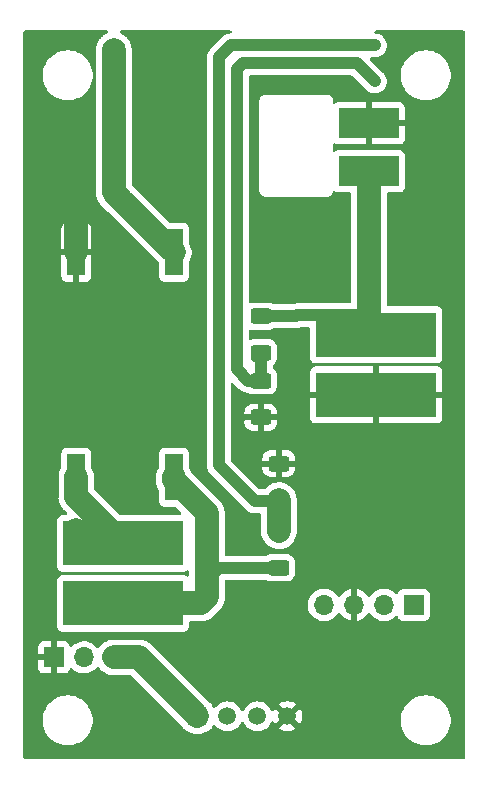
<source format=gbr>
%TF.GenerationSoftware,KiCad,Pcbnew,(6.0.6-0)*%
%TF.CreationDate,2025-06-22T16:04:58+02:00*%
%TF.ProjectId,meteo,6d657465-6f2e-46b6-9963-61645f706362,rev?*%
%TF.SameCoordinates,Original*%
%TF.FileFunction,Copper,L1,Top*%
%TF.FilePolarity,Positive*%
%FSLAX46Y46*%
G04 Gerber Fmt 4.6, Leading zero omitted, Abs format (unit mm)*
G04 Created by KiCad (PCBNEW (6.0.6-0)) date 2025-06-22 16:04:58*
%MOMM*%
%LPD*%
G01*
G04 APERTURE LIST*
G04 Aperture macros list*
%AMRoundRect*
0 Rectangle with rounded corners*
0 $1 Rounding radius*
0 $2 $3 $4 $5 $6 $7 $8 $9 X,Y pos of 4 corners*
0 Add a 4 corners polygon primitive as box body*
4,1,4,$2,$3,$4,$5,$6,$7,$8,$9,$2,$3,0*
0 Add four circle primitives for the rounded corners*
1,1,$1+$1,$2,$3*
1,1,$1+$1,$4,$5*
1,1,$1+$1,$6,$7*
1,1,$1+$1,$8,$9*
0 Add four rect primitives between the rounded corners*
20,1,$1+$1,$2,$3,$4,$5,0*
20,1,$1+$1,$4,$5,$6,$7,0*
20,1,$1+$1,$6,$7,$8,$9,0*
20,1,$1+$1,$8,$9,$2,$3,0*%
G04 Aperture macros list end*
%TA.AperFunction,SMDPad,CuDef*%
%ADD10RoundRect,0.250000X0.625000X-0.400000X0.625000X0.400000X-0.625000X0.400000X-0.625000X-0.400000X0*%
%TD*%
%TA.AperFunction,SMDPad,CuDef*%
%ADD11R,10.160000X3.810000*%
%TD*%
%TA.AperFunction,SMDPad,CuDef*%
%ADD12RoundRect,0.250000X-0.625000X0.400000X-0.625000X-0.400000X0.625000X-0.400000X0.625000X0.400000X0*%
%TD*%
%TA.AperFunction,SMDPad,CuDef*%
%ADD13R,1.500000X4.000000*%
%TD*%
%TA.AperFunction,SMDPad,CuDef*%
%ADD14R,5.080000X2.540000*%
%TD*%
%TA.AperFunction,ComponentPad*%
%ADD15R,1.500000X1.500000*%
%TD*%
%TA.AperFunction,ComponentPad*%
%ADD16C,1.500000*%
%TD*%
%TA.AperFunction,ComponentPad*%
%ADD17R,1.700000X1.700000*%
%TD*%
%TA.AperFunction,ComponentPad*%
%ADD18O,1.700000X1.700000*%
%TD*%
%TA.AperFunction,ViaPad*%
%ADD19C,2.000000*%
%TD*%
%TA.AperFunction,ViaPad*%
%ADD20C,1.000000*%
%TD*%
%TA.AperFunction,Conductor*%
%ADD21C,2.000000*%
%TD*%
%TA.AperFunction,Conductor*%
%ADD22C,1.000000*%
%TD*%
G04 APERTURE END LIST*
D10*
%TO.P,R1,1*%
%TO.N,+12V*%
X215900000Y-76226000D03*
%TO.P,R1,2*%
%TO.N,PROBE_SOLAR*%
X215900000Y-73126000D03*
%TD*%
D11*
%TO.P,J3,1,Pin_1*%
%TO.N,+12V*%
X202692000Y-79248000D03*
%TO.P,J3,2,Pin_2*%
%TO.N,GNDPWR*%
X202692000Y-74168000D03*
%TD*%
D12*
%TO.P,R3,1*%
%TO.N,+BATT*%
X214376000Y-54939000D03*
%TO.P,R3,2*%
%TO.N,PROBE_BATT*%
X214376000Y-58039000D03*
%TD*%
D11*
%TO.P,J4,1,Pin_1*%
%TO.N,+BATT*%
X224155000Y-56515000D03*
%TO.P,J4,2,Pin_2*%
%TO.N,GND*%
X224155000Y-61595000D03*
%TD*%
D10*
%TO.P,R2,1*%
%TO.N,PROBE_SOLAR*%
X215900000Y-70511000D03*
%TO.P,R2,2*%
%TO.N,GND*%
X215900000Y-67411000D03*
%TD*%
D13*
%TO.P,J1,1,Pin_1*%
%TO.N,+12V*%
X207010000Y-68580000D03*
%TO.P,J1,2,Pin_2*%
%TO.N,GNDPWR*%
X198755000Y-68580000D03*
%TO.P,J1,3,Pin_3*%
%TO.N,+5V*%
X207010000Y-49530000D03*
%TO.P,J1,4,Pin_4*%
%TO.N,GND*%
X198755000Y-49530000D03*
%TD*%
D14*
%TO.P,J5,1,Pin_1*%
%TO.N,+BATT*%
X223520000Y-42672000D03*
%TO.P,J5,2,Pin_2*%
%TO.N,GND*%
X223520000Y-38608000D03*
%TD*%
D15*
%TO.P,U1,1,VCC*%
%TO.N,+3.3V*%
X209012500Y-88802500D03*
D16*
%TO.P,U1,2,IO*%
%TO.N,DHT*%
X211552500Y-88802500D03*
%TO.P,U1,3,NC*%
%TO.N,unconnected-(U1-Pad3)*%
X214092500Y-88802500D03*
%TO.P,U1,4,GND*%
%TO.N,GND*%
X216632500Y-88802500D03*
%TD*%
D17*
%TO.P,J2,1,Pin_1*%
%TO.N,+3.3V*%
X227330000Y-79375000D03*
D18*
%TO.P,J2,2,Pin_2*%
%TO.N,SDA*%
X224790000Y-79375000D03*
%TO.P,J2,3,Pin_3*%
%TO.N,GND*%
X222250000Y-79375000D03*
%TO.P,J2,4,Pin_4*%
%TO.N,SCL*%
X219710000Y-79375000D03*
%TD*%
D12*
%TO.P,R4,1*%
%TO.N,PROBE_BATT*%
X214376000Y-60400000D03*
%TO.P,R4,2*%
%TO.N,GND*%
X214376000Y-63500000D03*
%TD*%
D17*
%TO.P,U2,1,GND*%
%TO.N,GND*%
X196865000Y-83820000D03*
D18*
%TO.P,U2,2,DQ*%
%TO.N,ONE_WIRE*%
X199405000Y-83820000D03*
%TO.P,U2,3,VDD*%
%TO.N,+3.3V*%
X201945000Y-83820000D03*
%TD*%
D19*
%TO.N,GND*%
X198755000Y-45085000D03*
D20*
%TO.N,PROBE_SOLAR*%
X224028000Y-32004000D03*
%TO.N,PROBE_BATT*%
X224028000Y-35052000D03*
D19*
%TO.N,+5V*%
X201930000Y-32385000D03*
%TD*%
D21*
%TO.N,GND*%
X198755000Y-49530000D02*
X198755000Y-45085000D01*
%TO.N,PROBE_SOLAR*%
X215900000Y-73126000D02*
X215900000Y-70511000D01*
D22*
X210820000Y-33020000D02*
X210820000Y-67564000D01*
X210820000Y-67564000D02*
X213868000Y-70612000D01*
X213868000Y-70612000D02*
X215799000Y-70612000D01*
X211836000Y-32004000D02*
X210820000Y-33020000D01*
X215799000Y-70612000D02*
X215900000Y-70511000D01*
X224028000Y-32004000D02*
X211836000Y-32004000D01*
%TO.N,+BATT*%
X217349000Y-54939000D02*
X217424000Y-54864000D01*
D21*
X223520000Y-55880000D02*
X224155000Y-56515000D01*
D22*
X214376000Y-54939000D02*
X217349000Y-54939000D01*
X222504000Y-54864000D02*
X224155000Y-56515000D01*
D21*
X223520000Y-42672000D02*
X223520000Y-55880000D01*
D22*
X217424000Y-54864000D02*
X222504000Y-54864000D01*
%TO.N,PROBE_BATT*%
X222504000Y-33528000D02*
X224028000Y-35052000D01*
X212852000Y-33528000D02*
X222504000Y-33528000D01*
X214376000Y-58039000D02*
X214376000Y-60400000D01*
X214021000Y-58394000D02*
X214376000Y-58039000D01*
X212344000Y-59436000D02*
X212344000Y-34036000D01*
X214376000Y-60400000D02*
X213308000Y-60400000D01*
X213308000Y-60400000D02*
X212344000Y-59436000D01*
X212344000Y-34036000D02*
X212852000Y-33528000D01*
D21*
%TO.N,+3.3V*%
X204030000Y-83820000D02*
X209012500Y-88802500D01*
X201945000Y-83820000D02*
X204030000Y-83820000D01*
%TO.N,+5V*%
X201930000Y-44450000D02*
X201930000Y-32385000D01*
X207010000Y-49530000D02*
X202565000Y-45085000D01*
X202565000Y-45085000D02*
X201930000Y-44450000D01*
%TO.N,+12V*%
X209296000Y-79248000D02*
X202692000Y-79248000D01*
X200025000Y-79375000D02*
X204470000Y-79375000D01*
X209804000Y-78740000D02*
X209296000Y-79248000D01*
X207010000Y-68834000D02*
X209804000Y-71628000D01*
X209804000Y-77216000D02*
X209804000Y-78740000D01*
X209804000Y-71628000D02*
X209804000Y-77216000D01*
D22*
X215900000Y-76226000D02*
X210794000Y-76226000D01*
X210794000Y-76226000D02*
X209804000Y-77216000D01*
D21*
X207010000Y-68580000D02*
X207010000Y-68834000D01*
%TO.N,GNDPWR*%
X198755000Y-70231000D02*
X202692000Y-74168000D01*
X198755000Y-68580000D02*
X198755000Y-70231000D01*
X198755000Y-73025000D02*
X200025000Y-74295000D01*
%TD*%
%TA.AperFunction,Conductor*%
%TO.N,GND*%
G36*
X201380486Y-30763502D02*
G01*
X201426979Y-30817158D01*
X201437083Y-30887432D01*
X201407589Y-30952012D01*
X201365614Y-30983695D01*
X201324113Y-31003047D01*
X201319082Y-31005261D01*
X201247609Y-31034866D01*
X201247607Y-31034867D01*
X201243037Y-31036760D01*
X201221200Y-31050142D01*
X201208616Y-31056904D01*
X201182464Y-31069099D01*
X201178283Y-31071941D01*
X201178275Y-31071945D01*
X201113347Y-31116070D01*
X201108368Y-31119285D01*
X201040584Y-31160824D01*
X201036821Y-31164038D01*
X201018930Y-31179318D01*
X201007924Y-31187717D01*
X200981693Y-31205544D01*
X200978015Y-31209023D01*
X200978014Y-31209023D01*
X200923107Y-31260946D01*
X200918364Y-31265209D01*
X200863793Y-31311817D01*
X200863786Y-31311824D01*
X200860031Y-31315031D01*
X200856825Y-31318785D01*
X200839688Y-31338850D01*
X200830461Y-31348556D01*
X200805319Y-31372332D01*
X200802241Y-31376358D01*
X200802240Y-31376359D01*
X200758100Y-31434092D01*
X200753815Y-31439394D01*
X200705824Y-31495584D01*
X200703242Y-31499798D01*
X200703238Y-31499803D01*
X200687969Y-31524720D01*
X200680633Y-31535414D01*
X200657880Y-31565174D01*
X200655494Y-31569624D01*
X200655492Y-31569627D01*
X200622504Y-31631151D01*
X200618891Y-31637446D01*
X200581760Y-31698037D01*
X200567587Y-31732253D01*
X200562237Y-31743547D01*
X200543169Y-31779109D01*
X200519728Y-31847188D01*
X200517021Y-31854333D01*
X200490895Y-31917406D01*
X200481585Y-31956182D01*
X200478208Y-31967767D01*
X200465786Y-32003842D01*
X200465783Y-32003853D01*
X200464138Y-32008631D01*
X200452374Y-32076739D01*
X200450738Y-32084673D01*
X200436620Y-32143476D01*
X200436619Y-32143482D01*
X200435465Y-32148289D01*
X200435077Y-32153224D01*
X200432113Y-32190881D01*
X200430663Y-32202435D01*
X200422821Y-32247836D01*
X200422641Y-32251797D01*
X200422641Y-32251798D01*
X200422126Y-32263149D01*
X200421500Y-32276925D01*
X200421500Y-32320771D01*
X200421112Y-32330657D01*
X200416835Y-32385000D01*
X200417223Y-32389930D01*
X200421112Y-32439343D01*
X200421500Y-32449229D01*
X200421500Y-44425984D01*
X200421451Y-44429502D01*
X200419169Y-44511214D01*
X200418666Y-44529205D01*
X200428955Y-44606311D01*
X200429058Y-44607086D01*
X200429759Y-44613647D01*
X200434156Y-44668294D01*
X200436060Y-44691965D01*
X200443897Y-44723870D01*
X200446426Y-44737258D01*
X200450771Y-44769820D01*
X200452232Y-44774661D01*
X200452233Y-44774663D01*
X200473478Y-44845029D01*
X200475219Y-44851390D01*
X200493963Y-44927706D01*
X200495941Y-44932366D01*
X200506801Y-44957951D01*
X200511438Y-44970761D01*
X200520933Y-45002208D01*
X200523151Y-45006756D01*
X200523154Y-45006763D01*
X200555371Y-45072818D01*
X200558107Y-45078820D01*
X200588812Y-45151156D01*
X200591504Y-45155430D01*
X200606319Y-45178956D01*
X200612945Y-45190860D01*
X200627346Y-45220388D01*
X200630265Y-45224525D01*
X200630265Y-45224526D01*
X200672641Y-45284597D01*
X200676301Y-45290086D01*
X200718167Y-45356567D01*
X200721508Y-45360356D01*
X200721512Y-45360362D01*
X200739898Y-45381217D01*
X200748344Y-45391912D01*
X200767274Y-45418747D01*
X200786909Y-45440250D01*
X200826625Y-45479966D01*
X200832044Y-45485736D01*
X200875350Y-45534858D01*
X200875353Y-45534861D01*
X200878698Y-45538655D01*
X200882606Y-45541865D01*
X200882607Y-45541866D01*
X200910989Y-45565179D01*
X200920108Y-45573449D01*
X201421909Y-46075250D01*
X205714595Y-50367937D01*
X205748621Y-50430249D01*
X205751500Y-50457032D01*
X205751500Y-51578134D01*
X205758255Y-51640316D01*
X205809385Y-51776705D01*
X205896739Y-51893261D01*
X206013295Y-51980615D01*
X206149684Y-52031745D01*
X206211866Y-52038500D01*
X207808134Y-52038500D01*
X207870316Y-52031745D01*
X208006705Y-51980615D01*
X208123261Y-51893261D01*
X208210615Y-51776705D01*
X208261745Y-51640316D01*
X208268500Y-51578134D01*
X208268500Y-50403144D01*
X208284512Y-50341674D01*
X208383575Y-50164422D01*
X208383576Y-50164419D01*
X208386045Y-50160002D01*
X208469070Y-49931895D01*
X208493826Y-49802115D01*
X208513606Y-49698424D01*
X208513607Y-49698419D01*
X208514555Y-49693447D01*
X208521334Y-49450795D01*
X208489229Y-49210180D01*
X208419067Y-48977792D01*
X208312654Y-48759612D01*
X208308367Y-48753535D01*
X208291540Y-48729680D01*
X208268500Y-48657050D01*
X208268500Y-47481866D01*
X208261745Y-47419684D01*
X208210615Y-47283295D01*
X208123261Y-47166739D01*
X208006705Y-47079385D01*
X207870316Y-47028255D01*
X207808134Y-47021500D01*
X206687031Y-47021500D01*
X206618910Y-47001498D01*
X206597936Y-46984595D01*
X203475405Y-43862064D01*
X203441379Y-43799752D01*
X203438500Y-43772969D01*
X203438500Y-32449229D01*
X203438888Y-32439343D01*
X203442777Y-32389930D01*
X203443165Y-32385000D01*
X203438623Y-32327289D01*
X203438500Y-32325213D01*
X203438500Y-32323999D01*
X203437561Y-32312327D01*
X203432281Y-32246702D01*
X203432263Y-32246483D01*
X203424720Y-32150640D01*
X203424535Y-32148289D01*
X203424276Y-32147210D01*
X203423940Y-32143035D01*
X203394411Y-32022815D01*
X203369105Y-31917406D01*
X203368078Y-31914926D01*
X203367659Y-31913457D01*
X203367244Y-31912209D01*
X203366037Y-31907294D01*
X203319872Y-31798536D01*
X203319529Y-31797720D01*
X203278240Y-31698037D01*
X203275866Y-31694163D01*
X203273734Y-31689592D01*
X203273169Y-31688512D01*
X203271188Y-31683844D01*
X203210345Y-31587227D01*
X203209592Y-31586014D01*
X203156765Y-31499809D01*
X203156761Y-31499803D01*
X203154176Y-31495584D01*
X203150958Y-31491816D01*
X203148178Y-31487990D01*
X203145350Y-31483813D01*
X203144533Y-31482721D01*
X203141833Y-31478433D01*
X203068650Y-31395422D01*
X203067354Y-31393928D01*
X203003177Y-31318787D01*
X203003175Y-31318785D01*
X202999969Y-31315031D01*
X202996212Y-31311822D01*
X202992707Y-31308317D01*
X202992788Y-31308236D01*
X202985198Y-31300764D01*
X202981302Y-31296345D01*
X202976685Y-31292552D01*
X202898328Y-31228189D01*
X202896474Y-31226637D01*
X202841070Y-31179318D01*
X202819416Y-31160824D01*
X202814621Y-31157886D01*
X202800486Y-31147821D01*
X202797636Y-31145480D01*
X202797628Y-31145475D01*
X202793722Y-31142266D01*
X202703563Y-31089792D01*
X202701168Y-31088361D01*
X202616963Y-31036760D01*
X202612391Y-31034866D01*
X202609126Y-31033514D01*
X202593964Y-31026004D01*
X202583922Y-31020159D01*
X202497881Y-30987131D01*
X202441453Y-30944045D01*
X202417276Y-30877292D01*
X202433027Y-30808065D01*
X202483705Y-30758343D01*
X202543035Y-30743500D01*
X211785966Y-30743500D01*
X211854087Y-30763502D01*
X211900580Y-30817158D01*
X211910684Y-30887432D01*
X211881190Y-30952012D01*
X211821464Y-30990396D01*
X211796833Y-30995031D01*
X211796498Y-30995060D01*
X211791786Y-30995379D01*
X211789314Y-30995500D01*
X211786231Y-30995500D01*
X211774262Y-30996674D01*
X211743494Y-30999690D01*
X211742181Y-30999812D01*
X211697916Y-31003685D01*
X211649587Y-31007913D01*
X211644468Y-31009400D01*
X211639167Y-31009920D01*
X211550166Y-31036791D01*
X211549033Y-31037126D01*
X211465586Y-31061370D01*
X211465582Y-31061372D01*
X211459664Y-31063091D01*
X211454932Y-31065544D01*
X211449831Y-31067084D01*
X211444388Y-31069978D01*
X211367740Y-31110731D01*
X211366574Y-31111343D01*
X211311823Y-31139724D01*
X211284074Y-31154108D01*
X211279911Y-31157431D01*
X211275204Y-31159934D01*
X211203082Y-31218755D01*
X211202226Y-31219446D01*
X211163027Y-31250738D01*
X211160523Y-31253242D01*
X211159805Y-31253884D01*
X211155472Y-31257585D01*
X211121938Y-31284935D01*
X211092709Y-31320267D01*
X211084728Y-31329037D01*
X210150617Y-32263149D01*
X210140473Y-32272251D01*
X210110975Y-32295968D01*
X210097248Y-32312327D01*
X210078709Y-32334421D01*
X210075528Y-32338069D01*
X210073885Y-32339881D01*
X210071691Y-32342075D01*
X210044358Y-32375349D01*
X210043696Y-32376147D01*
X209983846Y-32447474D01*
X209981278Y-32452144D01*
X209977897Y-32456261D01*
X209958840Y-32491803D01*
X209934023Y-32538086D01*
X209933394Y-32539245D01*
X209891538Y-32615381D01*
X209891535Y-32615389D01*
X209888567Y-32620787D01*
X209886955Y-32625869D01*
X209884438Y-32630563D01*
X209857238Y-32719531D01*
X209856918Y-32720559D01*
X209828765Y-32809306D01*
X209828171Y-32814602D01*
X209826613Y-32819698D01*
X209825990Y-32825834D01*
X209817218Y-32912182D01*
X209817078Y-32913491D01*
X209811500Y-32963227D01*
X209811500Y-32966755D01*
X209811445Y-32967739D01*
X209810998Y-32973419D01*
X209808674Y-32996300D01*
X209807419Y-33008660D01*
X209806626Y-33016462D01*
X209807206Y-33022593D01*
X209810941Y-33062109D01*
X209811500Y-33073967D01*
X209811500Y-67502157D01*
X209810763Y-67515764D01*
X209806676Y-67553388D01*
X209807213Y-67559523D01*
X209811050Y-67603388D01*
X209811379Y-67608214D01*
X209811500Y-67610686D01*
X209811500Y-67613769D01*
X209811801Y-67616837D01*
X209815690Y-67656506D01*
X209815812Y-67657819D01*
X209817626Y-67678548D01*
X209823913Y-67750413D01*
X209825400Y-67755532D01*
X209825920Y-67760833D01*
X209852791Y-67849834D01*
X209853126Y-67850967D01*
X209862579Y-67883502D01*
X209879091Y-67940336D01*
X209881544Y-67945068D01*
X209883084Y-67950169D01*
X209885978Y-67955612D01*
X209926731Y-68032260D01*
X209927343Y-68033426D01*
X209970108Y-68115926D01*
X209973431Y-68120089D01*
X209975934Y-68124796D01*
X210034755Y-68196918D01*
X210035446Y-68197774D01*
X210066738Y-68236973D01*
X210069242Y-68239477D01*
X210069884Y-68240195D01*
X210073585Y-68244528D01*
X210100935Y-68278062D01*
X210105682Y-68281989D01*
X210105684Y-68281991D01*
X210136262Y-68307287D01*
X210145042Y-68315277D01*
X213111145Y-71281379D01*
X213120247Y-71291522D01*
X213143968Y-71321025D01*
X213148696Y-71324992D01*
X213182421Y-71353291D01*
X213186069Y-71356472D01*
X213187881Y-71358115D01*
X213190075Y-71360309D01*
X213223349Y-71387642D01*
X213224147Y-71388304D01*
X213295474Y-71448154D01*
X213300144Y-71450722D01*
X213304261Y-71454103D01*
X213335614Y-71470914D01*
X213386086Y-71497977D01*
X213387245Y-71498606D01*
X213463381Y-71540462D01*
X213463389Y-71540465D01*
X213468787Y-71543433D01*
X213473869Y-71545045D01*
X213478563Y-71547562D01*
X213567531Y-71574762D01*
X213568559Y-71575082D01*
X213657306Y-71603235D01*
X213662602Y-71603829D01*
X213667698Y-71605387D01*
X213760257Y-71614790D01*
X213761393Y-71614911D01*
X213795008Y-71618681D01*
X213807730Y-71620108D01*
X213807734Y-71620108D01*
X213811227Y-71620500D01*
X213814754Y-71620500D01*
X213815739Y-71620555D01*
X213821419Y-71621002D01*
X213850825Y-71623989D01*
X213858337Y-71624752D01*
X213858339Y-71624752D01*
X213864462Y-71625374D01*
X213910108Y-71621059D01*
X213921967Y-71620500D01*
X214265500Y-71620500D01*
X214333621Y-71640502D01*
X214380114Y-71694158D01*
X214391500Y-71746500D01*
X214391500Y-73187001D01*
X214391702Y-73189509D01*
X214391702Y-73189514D01*
X214397943Y-73267074D01*
X214406060Y-73367965D01*
X214463963Y-73603706D01*
X214558812Y-73827156D01*
X214688167Y-74032567D01*
X214691512Y-74036361D01*
X214845350Y-74210858D01*
X214845353Y-74210861D01*
X214848698Y-74214655D01*
X214852606Y-74217865D01*
X214852607Y-74217866D01*
X214959242Y-74305456D01*
X215036278Y-74368734D01*
X215246078Y-74490841D01*
X215250801Y-74492654D01*
X215467978Y-74576020D01*
X215467982Y-74576021D01*
X215472702Y-74577833D01*
X215477652Y-74578867D01*
X215477655Y-74578868D01*
X215705369Y-74626440D01*
X215705373Y-74626440D01*
X215710320Y-74627474D01*
X215952817Y-74638486D01*
X215957837Y-74637905D01*
X215957841Y-74637905D01*
X216188929Y-74611167D01*
X216188933Y-74611166D01*
X216193956Y-74610585D01*
X216198820Y-74609209D01*
X216198823Y-74609208D01*
X216422669Y-74545866D01*
X216422668Y-74545866D01*
X216427532Y-74544490D01*
X216432108Y-74542356D01*
X216432114Y-74542354D01*
X216642954Y-74444038D01*
X216642958Y-74444036D01*
X216647536Y-74441901D01*
X216848307Y-74305456D01*
X217024681Y-74138668D01*
X217102901Y-74036361D01*
X217169047Y-73949846D01*
X217169050Y-73949842D01*
X217172120Y-73945826D01*
X217286831Y-73731891D01*
X217365862Y-73502369D01*
X217407179Y-73263164D01*
X217408500Y-73234075D01*
X217408500Y-70449999D01*
X217408298Y-70447486D01*
X217394346Y-70274076D01*
X217394345Y-70274071D01*
X217393940Y-70269035D01*
X217336037Y-70033294D01*
X217241188Y-69809844D01*
X217151221Y-69666980D01*
X217114528Y-69608712D01*
X217114526Y-69608709D01*
X217111833Y-69604433D01*
X217015225Y-69494852D01*
X216954650Y-69426142D01*
X216954647Y-69426139D01*
X216951302Y-69422345D01*
X216844993Y-69335022D01*
X216767628Y-69271474D01*
X216767625Y-69271472D01*
X216763722Y-69268266D01*
X216553922Y-69146159D01*
X216549199Y-69144346D01*
X216332022Y-69060980D01*
X216332018Y-69060979D01*
X216327298Y-69059167D01*
X216322348Y-69058133D01*
X216322345Y-69058132D01*
X216094631Y-69010560D01*
X216094627Y-69010560D01*
X216089680Y-69009526D01*
X215847183Y-68998514D01*
X215842163Y-68999095D01*
X215842159Y-68999095D01*
X215611071Y-69025833D01*
X215611067Y-69025834D01*
X215606044Y-69026415D01*
X215601180Y-69027791D01*
X215601177Y-69027792D01*
X215493958Y-69058132D01*
X215372468Y-69092510D01*
X215367892Y-69094644D01*
X215367886Y-69094646D01*
X215157046Y-69192962D01*
X215157042Y-69192964D01*
X215152464Y-69195099D01*
X214951693Y-69331544D01*
X214775319Y-69498332D01*
X214732735Y-69554030D01*
X214675470Y-69595997D01*
X214632639Y-69603500D01*
X214337925Y-69603500D01*
X214269804Y-69583498D01*
X214248830Y-69566595D01*
X212540329Y-67858095D01*
X214517001Y-67858095D01*
X214517338Y-67864614D01*
X214527257Y-67960206D01*
X214530149Y-67973600D01*
X214581588Y-68127784D01*
X214587761Y-68140962D01*
X214673063Y-68278807D01*
X214682099Y-68290208D01*
X214796829Y-68404739D01*
X214808240Y-68413751D01*
X214946243Y-68498816D01*
X214959424Y-68504963D01*
X215113710Y-68556138D01*
X215127086Y-68559005D01*
X215221438Y-68568672D01*
X215227854Y-68569000D01*
X215627885Y-68569000D01*
X215643124Y-68564525D01*
X215644329Y-68563135D01*
X215646000Y-68555452D01*
X215646000Y-68550884D01*
X216154000Y-68550884D01*
X216158475Y-68566123D01*
X216159865Y-68567328D01*
X216167548Y-68568999D01*
X216572095Y-68568999D01*
X216578614Y-68568662D01*
X216674206Y-68558743D01*
X216687600Y-68555851D01*
X216841784Y-68504412D01*
X216854962Y-68498239D01*
X216992807Y-68412937D01*
X217004208Y-68403901D01*
X217118739Y-68289171D01*
X217127751Y-68277760D01*
X217212816Y-68139757D01*
X217218963Y-68126576D01*
X217270138Y-67972290D01*
X217273005Y-67958914D01*
X217282672Y-67864562D01*
X217283000Y-67858146D01*
X217283000Y-67683115D01*
X217278525Y-67667876D01*
X217277135Y-67666671D01*
X217269452Y-67665000D01*
X216172115Y-67665000D01*
X216156876Y-67669475D01*
X216155671Y-67670865D01*
X216154000Y-67678548D01*
X216154000Y-68550884D01*
X215646000Y-68550884D01*
X215646000Y-67683115D01*
X215641525Y-67667876D01*
X215640135Y-67666671D01*
X215632452Y-67665000D01*
X214535116Y-67665000D01*
X214519877Y-67669475D01*
X214518672Y-67670865D01*
X214517001Y-67678548D01*
X214517001Y-67858095D01*
X212540329Y-67858095D01*
X211865405Y-67183171D01*
X211841223Y-67138885D01*
X214517000Y-67138885D01*
X214521475Y-67154124D01*
X214522865Y-67155329D01*
X214530548Y-67157000D01*
X215627885Y-67157000D01*
X215643124Y-67152525D01*
X215644329Y-67151135D01*
X215646000Y-67143452D01*
X215646000Y-67138885D01*
X216154000Y-67138885D01*
X216158475Y-67154124D01*
X216159865Y-67155329D01*
X216167548Y-67157000D01*
X217264884Y-67157000D01*
X217280123Y-67152525D01*
X217281328Y-67151135D01*
X217282999Y-67143452D01*
X217282999Y-66963905D01*
X217282662Y-66957386D01*
X217272743Y-66861794D01*
X217269851Y-66848400D01*
X217218412Y-66694216D01*
X217212239Y-66681038D01*
X217126937Y-66543193D01*
X217117901Y-66531792D01*
X217003171Y-66417261D01*
X216991760Y-66408249D01*
X216853757Y-66323184D01*
X216840576Y-66317037D01*
X216686290Y-66265862D01*
X216672914Y-66262995D01*
X216578562Y-66253328D01*
X216572145Y-66253000D01*
X216172115Y-66253000D01*
X216156876Y-66257475D01*
X216155671Y-66258865D01*
X216154000Y-66266548D01*
X216154000Y-67138885D01*
X215646000Y-67138885D01*
X215646000Y-66271116D01*
X215641525Y-66255877D01*
X215640135Y-66254672D01*
X215632452Y-66253001D01*
X215227905Y-66253001D01*
X215221386Y-66253338D01*
X215125794Y-66263257D01*
X215112400Y-66266149D01*
X214958216Y-66317588D01*
X214945038Y-66323761D01*
X214807193Y-66409063D01*
X214795792Y-66418099D01*
X214681261Y-66532829D01*
X214672249Y-66544240D01*
X214587184Y-66682243D01*
X214581037Y-66695424D01*
X214529862Y-66849710D01*
X214526995Y-66863086D01*
X214517328Y-66957438D01*
X214517000Y-66963855D01*
X214517000Y-67138885D01*
X211841223Y-67138885D01*
X211831380Y-67120859D01*
X211828500Y-67094076D01*
X211828500Y-63947095D01*
X212993001Y-63947095D01*
X212993338Y-63953614D01*
X213003257Y-64049206D01*
X213006149Y-64062600D01*
X213057588Y-64216784D01*
X213063761Y-64229962D01*
X213149063Y-64367807D01*
X213158099Y-64379208D01*
X213272829Y-64493739D01*
X213284240Y-64502751D01*
X213422243Y-64587816D01*
X213435424Y-64593963D01*
X213589710Y-64645138D01*
X213603086Y-64648005D01*
X213697438Y-64657672D01*
X213703854Y-64658000D01*
X214103885Y-64658000D01*
X214119124Y-64653525D01*
X214120329Y-64652135D01*
X214122000Y-64644452D01*
X214122000Y-64639884D01*
X214630000Y-64639884D01*
X214634475Y-64655123D01*
X214635865Y-64656328D01*
X214643548Y-64657999D01*
X215048095Y-64657999D01*
X215054614Y-64657662D01*
X215150206Y-64647743D01*
X215163600Y-64644851D01*
X215317784Y-64593412D01*
X215330962Y-64587239D01*
X215468807Y-64501937D01*
X215480208Y-64492901D01*
X215594739Y-64378171D01*
X215603751Y-64366760D01*
X215688816Y-64228757D01*
X215694963Y-64215576D01*
X215746138Y-64061290D01*
X215749005Y-64047914D01*
X215758672Y-63953562D01*
X215759000Y-63947146D01*
X215759000Y-63772115D01*
X215754525Y-63756876D01*
X215753135Y-63755671D01*
X215745452Y-63754000D01*
X214648115Y-63754000D01*
X214632876Y-63758475D01*
X214631671Y-63759865D01*
X214630000Y-63767548D01*
X214630000Y-64639884D01*
X214122000Y-64639884D01*
X214122000Y-63772115D01*
X214117525Y-63756876D01*
X214116135Y-63755671D01*
X214108452Y-63754000D01*
X213011116Y-63754000D01*
X212995877Y-63758475D01*
X212994672Y-63759865D01*
X212993001Y-63767548D01*
X212993001Y-63947095D01*
X211828500Y-63947095D01*
X211828500Y-63544669D01*
X218567001Y-63544669D01*
X218567371Y-63551490D01*
X218572895Y-63602352D01*
X218576521Y-63617604D01*
X218621676Y-63738054D01*
X218630214Y-63753649D01*
X218706715Y-63855724D01*
X218719276Y-63868285D01*
X218821351Y-63944786D01*
X218836946Y-63953324D01*
X218957394Y-63998478D01*
X218972649Y-64002105D01*
X219023514Y-64007631D01*
X219030328Y-64008000D01*
X223882885Y-64008000D01*
X223898124Y-64003525D01*
X223899329Y-64002135D01*
X223901000Y-63994452D01*
X223901000Y-63989884D01*
X224409000Y-63989884D01*
X224413475Y-64005123D01*
X224414865Y-64006328D01*
X224422548Y-64007999D01*
X229279669Y-64007999D01*
X229286490Y-64007629D01*
X229337352Y-64002105D01*
X229352604Y-63998479D01*
X229473054Y-63953324D01*
X229488649Y-63944786D01*
X229590724Y-63868285D01*
X229603285Y-63855724D01*
X229679786Y-63753649D01*
X229688324Y-63738054D01*
X229733478Y-63617606D01*
X229737105Y-63602351D01*
X229742631Y-63551486D01*
X229743000Y-63544672D01*
X229743000Y-61867115D01*
X229738525Y-61851876D01*
X229737135Y-61850671D01*
X229729452Y-61849000D01*
X224427115Y-61849000D01*
X224411876Y-61853475D01*
X224410671Y-61854865D01*
X224409000Y-61862548D01*
X224409000Y-63989884D01*
X223901000Y-63989884D01*
X223901000Y-61867115D01*
X223896525Y-61851876D01*
X223895135Y-61850671D01*
X223887452Y-61849000D01*
X218585116Y-61849000D01*
X218569877Y-61853475D01*
X218568672Y-61854865D01*
X218567001Y-61862548D01*
X218567001Y-63544669D01*
X211828500Y-63544669D01*
X211828500Y-63227885D01*
X212993000Y-63227885D01*
X212997475Y-63243124D01*
X212998865Y-63244329D01*
X213006548Y-63246000D01*
X214103885Y-63246000D01*
X214119124Y-63241525D01*
X214120329Y-63240135D01*
X214122000Y-63232452D01*
X214122000Y-63227885D01*
X214630000Y-63227885D01*
X214634475Y-63243124D01*
X214635865Y-63244329D01*
X214643548Y-63246000D01*
X215740884Y-63246000D01*
X215756123Y-63241525D01*
X215757328Y-63240135D01*
X215758999Y-63232452D01*
X215758999Y-63052905D01*
X215758662Y-63046386D01*
X215748743Y-62950794D01*
X215745851Y-62937400D01*
X215694412Y-62783216D01*
X215688239Y-62770038D01*
X215602937Y-62632193D01*
X215593901Y-62620792D01*
X215479171Y-62506261D01*
X215467760Y-62497249D01*
X215329757Y-62412184D01*
X215316576Y-62406037D01*
X215162290Y-62354862D01*
X215148914Y-62351995D01*
X215054562Y-62342328D01*
X215048145Y-62342000D01*
X214648115Y-62342000D01*
X214632876Y-62346475D01*
X214631671Y-62347865D01*
X214630000Y-62355548D01*
X214630000Y-63227885D01*
X214122000Y-63227885D01*
X214122000Y-62360116D01*
X214117525Y-62344877D01*
X214116135Y-62343672D01*
X214108452Y-62342001D01*
X213703905Y-62342001D01*
X213697386Y-62342338D01*
X213601794Y-62352257D01*
X213588400Y-62355149D01*
X213434216Y-62406588D01*
X213421038Y-62412761D01*
X213283193Y-62498063D01*
X213271792Y-62507099D01*
X213157261Y-62621829D01*
X213148249Y-62633240D01*
X213063184Y-62771243D01*
X213057037Y-62784424D01*
X213005862Y-62938710D01*
X213002995Y-62952086D01*
X212993328Y-63046438D01*
X212993000Y-63052855D01*
X212993000Y-63227885D01*
X211828500Y-63227885D01*
X211828500Y-60650926D01*
X211848502Y-60582805D01*
X211902158Y-60536312D01*
X211972432Y-60526208D01*
X212037012Y-60555702D01*
X212043595Y-60561830D01*
X212551149Y-61069383D01*
X212560251Y-61079527D01*
X212583968Y-61109025D01*
X212607735Y-61128968D01*
X212622421Y-61141291D01*
X212626069Y-61144472D01*
X212627881Y-61146115D01*
X212630075Y-61148309D01*
X212663349Y-61175642D01*
X212664147Y-61176304D01*
X212735474Y-61236154D01*
X212740144Y-61238722D01*
X212744261Y-61242103D01*
X212802145Y-61273140D01*
X212826086Y-61285977D01*
X212827245Y-61286606D01*
X212903381Y-61328462D01*
X212903389Y-61328465D01*
X212908787Y-61331433D01*
X212913869Y-61333045D01*
X212918563Y-61335562D01*
X212924454Y-61337363D01*
X213007477Y-61362747D01*
X213008735Y-61363139D01*
X213097306Y-61391235D01*
X213102597Y-61391829D01*
X213107698Y-61393388D01*
X213200263Y-61402790D01*
X213201450Y-61402916D01*
X213230838Y-61406213D01*
X213247730Y-61408108D01*
X213247735Y-61408108D01*
X213251227Y-61408500D01*
X213254752Y-61408500D01*
X213255737Y-61408555D01*
X213261445Y-61409005D01*
X213270981Y-61409974D01*
X213324359Y-61428068D01*
X213421090Y-61487694D01*
X213428262Y-61492115D01*
X213508005Y-61518564D01*
X213589611Y-61545632D01*
X213589613Y-61545632D01*
X213596139Y-61547797D01*
X213602975Y-61548497D01*
X213602978Y-61548498D01*
X213646031Y-61552909D01*
X213700600Y-61558500D01*
X215051400Y-61558500D01*
X215054646Y-61558163D01*
X215054650Y-61558163D01*
X215150308Y-61548238D01*
X215150312Y-61548237D01*
X215157166Y-61547526D01*
X215163702Y-61545345D01*
X215163704Y-61545345D01*
X215295806Y-61501272D01*
X215324946Y-61491550D01*
X215475348Y-61398478D01*
X215480800Y-61393017D01*
X215550810Y-61322885D01*
X218567000Y-61322885D01*
X218571475Y-61338124D01*
X218572865Y-61339329D01*
X218580548Y-61341000D01*
X223882885Y-61341000D01*
X223898124Y-61336525D01*
X223899329Y-61335135D01*
X223901000Y-61327452D01*
X223901000Y-61322885D01*
X224409000Y-61322885D01*
X224413475Y-61338124D01*
X224414865Y-61339329D01*
X224422548Y-61341000D01*
X229724884Y-61341000D01*
X229740123Y-61336525D01*
X229741328Y-61335135D01*
X229742999Y-61327452D01*
X229742999Y-59645331D01*
X229742629Y-59638510D01*
X229737105Y-59587648D01*
X229733479Y-59572396D01*
X229688324Y-59451946D01*
X229679786Y-59436351D01*
X229603285Y-59334276D01*
X229590724Y-59321715D01*
X229488649Y-59245214D01*
X229473054Y-59236676D01*
X229352606Y-59191522D01*
X229337351Y-59187895D01*
X229286486Y-59182369D01*
X229279672Y-59182000D01*
X224427115Y-59182000D01*
X224411876Y-59186475D01*
X224410671Y-59187865D01*
X224409000Y-59195548D01*
X224409000Y-61322885D01*
X223901000Y-61322885D01*
X223901000Y-59200116D01*
X223896525Y-59184877D01*
X223895135Y-59183672D01*
X223887452Y-59182001D01*
X219030331Y-59182001D01*
X219023510Y-59182371D01*
X218972648Y-59187895D01*
X218957396Y-59191521D01*
X218836946Y-59236676D01*
X218821351Y-59245214D01*
X218719276Y-59321715D01*
X218706715Y-59334276D01*
X218630214Y-59436351D01*
X218621676Y-59451946D01*
X218576522Y-59572394D01*
X218572895Y-59587649D01*
X218567369Y-59638514D01*
X218567000Y-59645328D01*
X218567000Y-61322885D01*
X215550810Y-61322885D01*
X215595134Y-61278483D01*
X215600305Y-61273303D01*
X215619537Y-61242103D01*
X215689275Y-61128968D01*
X215689276Y-61128966D01*
X215693115Y-61122738D01*
X215748797Y-60954861D01*
X215759500Y-60850400D01*
X215759500Y-59949600D01*
X215748526Y-59843834D01*
X215692550Y-59676054D01*
X215599478Y-59525652D01*
X215474303Y-59400695D01*
X215444382Y-59382251D01*
X215396890Y-59329478D01*
X215384500Y-59274992D01*
X215384500Y-59163899D01*
X215404502Y-59095778D01*
X215444197Y-59056755D01*
X215469120Y-59041332D01*
X215475348Y-59037478D01*
X215600305Y-58912303D01*
X215693115Y-58761738D01*
X215748797Y-58593861D01*
X215759500Y-58489400D01*
X215759500Y-57588600D01*
X215748526Y-57482834D01*
X215692550Y-57315054D01*
X215599478Y-57164652D01*
X215474303Y-57039695D01*
X215323738Y-56946885D01*
X215163254Y-56893655D01*
X215162389Y-56893368D01*
X215162387Y-56893368D01*
X215155861Y-56891203D01*
X215149025Y-56890503D01*
X215149022Y-56890502D01*
X215105969Y-56886091D01*
X215051400Y-56880500D01*
X213700600Y-56880500D01*
X213697354Y-56880837D01*
X213697350Y-56880837D01*
X213601692Y-56890762D01*
X213601688Y-56890763D01*
X213594834Y-56891474D01*
X213588300Y-56893654D01*
X213588295Y-56893655D01*
X213518376Y-56916982D01*
X213447426Y-56919566D01*
X213386342Y-56883382D01*
X213354518Y-56819918D01*
X213352500Y-56797458D01*
X213352500Y-56180528D01*
X213372502Y-56112407D01*
X213426158Y-56065914D01*
X213496432Y-56055810D01*
X213518167Y-56060935D01*
X213589611Y-56084632D01*
X213589613Y-56084632D01*
X213596139Y-56086797D01*
X213602975Y-56087497D01*
X213602978Y-56087498D01*
X213646031Y-56091909D01*
X213700600Y-56097500D01*
X215051400Y-56097500D01*
X215054646Y-56097163D01*
X215054650Y-56097163D01*
X215150308Y-56087238D01*
X215150312Y-56087237D01*
X215157166Y-56086526D01*
X215163702Y-56084345D01*
X215163704Y-56084345D01*
X215317998Y-56032868D01*
X215324946Y-56030550D01*
X215428682Y-55966356D01*
X215494985Y-55947500D01*
X217287157Y-55947500D01*
X217300764Y-55948237D01*
X217332262Y-55951659D01*
X217332267Y-55951659D01*
X217338388Y-55952324D01*
X217364638Y-55950027D01*
X217388388Y-55947950D01*
X217393214Y-55947621D01*
X217395686Y-55947500D01*
X217398769Y-55947500D01*
X217410738Y-55946326D01*
X217441506Y-55943310D01*
X217442819Y-55943188D01*
X217487084Y-55939315D01*
X217535413Y-55935087D01*
X217540532Y-55933600D01*
X217545833Y-55933080D01*
X217634834Y-55906209D01*
X217635967Y-55905874D01*
X217681992Y-55892502D01*
X217725336Y-55879909D01*
X217725479Y-55880401D01*
X217766505Y-55872500D01*
X218440500Y-55872500D01*
X218508621Y-55892502D01*
X218555114Y-55946158D01*
X218566500Y-55998500D01*
X218566500Y-58468134D01*
X218573255Y-58530316D01*
X218624385Y-58666705D01*
X218711739Y-58783261D01*
X218828295Y-58870615D01*
X218964684Y-58921745D01*
X219026866Y-58928500D01*
X229283134Y-58928500D01*
X229345316Y-58921745D01*
X229481705Y-58870615D01*
X229598261Y-58783261D01*
X229685615Y-58666705D01*
X229736745Y-58530316D01*
X229743500Y-58468134D01*
X229743500Y-54561866D01*
X229736745Y-54499684D01*
X229685615Y-54363295D01*
X229598261Y-54246739D01*
X229481705Y-54159385D01*
X229345316Y-54108255D01*
X229283134Y-54101500D01*
X225154500Y-54101500D01*
X225086379Y-54081498D01*
X225039886Y-54027842D01*
X225028500Y-53975500D01*
X225028500Y-44576500D01*
X225048502Y-44508379D01*
X225102158Y-44461886D01*
X225154500Y-44450500D01*
X226108134Y-44450500D01*
X226170316Y-44443745D01*
X226306705Y-44392615D01*
X226423261Y-44305261D01*
X226510615Y-44188705D01*
X226561745Y-44052316D01*
X226568500Y-43990134D01*
X226568500Y-41353866D01*
X226561745Y-41291684D01*
X226510615Y-41155295D01*
X226423261Y-41038739D01*
X226306705Y-40951385D01*
X226170316Y-40900255D01*
X226108134Y-40893500D01*
X220931866Y-40893500D01*
X220869684Y-40900255D01*
X220733295Y-40951385D01*
X220689063Y-40984535D01*
X220622559Y-41009382D01*
X220553177Y-40994330D01*
X220502946Y-40944156D01*
X220487500Y-40883708D01*
X220487500Y-40395668D01*
X220507502Y-40327547D01*
X220561158Y-40281054D01*
X220631432Y-40270950D01*
X220689064Y-40294841D01*
X220726352Y-40322786D01*
X220741946Y-40331324D01*
X220862394Y-40376478D01*
X220877649Y-40380105D01*
X220928514Y-40385631D01*
X220935328Y-40386000D01*
X223247885Y-40386000D01*
X223263124Y-40381525D01*
X223264329Y-40380135D01*
X223266000Y-40372452D01*
X223266000Y-40367884D01*
X223774000Y-40367884D01*
X223778475Y-40383123D01*
X223779865Y-40384328D01*
X223787548Y-40385999D01*
X226104669Y-40385999D01*
X226111490Y-40385629D01*
X226162352Y-40380105D01*
X226177604Y-40376479D01*
X226298054Y-40331324D01*
X226313649Y-40322786D01*
X226415724Y-40246285D01*
X226428285Y-40233724D01*
X226504786Y-40131649D01*
X226513324Y-40116054D01*
X226558478Y-39995606D01*
X226562105Y-39980351D01*
X226567631Y-39929486D01*
X226568000Y-39922672D01*
X226568000Y-38880115D01*
X226563525Y-38864876D01*
X226562135Y-38863671D01*
X226554452Y-38862000D01*
X223792115Y-38862000D01*
X223776876Y-38866475D01*
X223775671Y-38867865D01*
X223774000Y-38875548D01*
X223774000Y-40367884D01*
X223266000Y-40367884D01*
X223266000Y-38335885D01*
X223774000Y-38335885D01*
X223778475Y-38351124D01*
X223779865Y-38352329D01*
X223787548Y-38354000D01*
X226549884Y-38354000D01*
X226565123Y-38349525D01*
X226566328Y-38348135D01*
X226567999Y-38340452D01*
X226567999Y-37293331D01*
X226567629Y-37286510D01*
X226562105Y-37235648D01*
X226558479Y-37220396D01*
X226513324Y-37099946D01*
X226504786Y-37084351D01*
X226428285Y-36982276D01*
X226415724Y-36969715D01*
X226313649Y-36893214D01*
X226298054Y-36884676D01*
X226177606Y-36839522D01*
X226162351Y-36835895D01*
X226111486Y-36830369D01*
X226104672Y-36830000D01*
X223792115Y-36830000D01*
X223776876Y-36834475D01*
X223775671Y-36835865D01*
X223774000Y-36843548D01*
X223774000Y-38335885D01*
X223266000Y-38335885D01*
X223266000Y-36848116D01*
X223261525Y-36832877D01*
X223260135Y-36831672D01*
X223252452Y-36830001D01*
X220935331Y-36830001D01*
X220928510Y-36830371D01*
X220877648Y-36835895D01*
X220862396Y-36839521D01*
X220741946Y-36884676D01*
X220726352Y-36893214D01*
X220689064Y-36921159D01*
X220622557Y-36946006D01*
X220553175Y-36930953D01*
X220502945Y-36880778D01*
X220487500Y-36820332D01*
X220487500Y-36698699D01*
X220487502Y-36697929D01*
X220487774Y-36653454D01*
X220487976Y-36620355D01*
X220479850Y-36591923D01*
X220476272Y-36575161D01*
X220473352Y-36554774D01*
X220472080Y-36545889D01*
X220461451Y-36522512D01*
X220455004Y-36504989D01*
X220450416Y-36488938D01*
X220447949Y-36480305D01*
X220443156Y-36472708D01*
X220432170Y-36455296D01*
X220424030Y-36440211D01*
X220421564Y-36434787D01*
X220411792Y-36413294D01*
X220395030Y-36393841D01*
X220383927Y-36378837D01*
X220370224Y-36357118D01*
X220363499Y-36351179D01*
X220363496Y-36351175D01*
X220348062Y-36337544D01*
X220336018Y-36325352D01*
X220322573Y-36309749D01*
X220322570Y-36309747D01*
X220316713Y-36302949D01*
X220303009Y-36294066D01*
X220295165Y-36288982D01*
X220280291Y-36277691D01*
X220267783Y-36266645D01*
X220267782Y-36266644D01*
X220261049Y-36260698D01*
X220234287Y-36248133D01*
X220219309Y-36239813D01*
X220202017Y-36228605D01*
X220202012Y-36228603D01*
X220194485Y-36223724D01*
X220185892Y-36221154D01*
X220185887Y-36221152D01*
X220169880Y-36216365D01*
X220152436Y-36209704D01*
X220137324Y-36202609D01*
X220137322Y-36202608D01*
X220129200Y-36198795D01*
X220120333Y-36197414D01*
X220120332Y-36197414D01*
X220109478Y-36195724D01*
X220099983Y-36194246D01*
X220083268Y-36190463D01*
X220063534Y-36184561D01*
X220063528Y-36184560D01*
X220054934Y-36181990D01*
X220045963Y-36181935D01*
X220045962Y-36181935D01*
X220035903Y-36181874D01*
X220020494Y-36181780D01*
X220019711Y-36181747D01*
X220018614Y-36181576D01*
X219987623Y-36181576D01*
X219986853Y-36181574D01*
X219913215Y-36181124D01*
X219913214Y-36181124D01*
X219909279Y-36181100D01*
X219907935Y-36181484D01*
X219906590Y-36181576D01*
X214780623Y-36181576D01*
X214779853Y-36181574D01*
X214779037Y-36181569D01*
X214702279Y-36181100D01*
X214683592Y-36186441D01*
X214673847Y-36189226D01*
X214657085Y-36192804D01*
X214627813Y-36196996D01*
X214619645Y-36200710D01*
X214619644Y-36200710D01*
X214604438Y-36207624D01*
X214586914Y-36214072D01*
X214562229Y-36221127D01*
X214554635Y-36225919D01*
X214554632Y-36225920D01*
X214537220Y-36236906D01*
X214522137Y-36245045D01*
X214495218Y-36257284D01*
X214488416Y-36263145D01*
X214475765Y-36274046D01*
X214460761Y-36285149D01*
X214439042Y-36298852D01*
X214433103Y-36305577D01*
X214433099Y-36305580D01*
X214419468Y-36321014D01*
X214407276Y-36333058D01*
X214391673Y-36346503D01*
X214391671Y-36346506D01*
X214384873Y-36352363D01*
X214379993Y-36359892D01*
X214379992Y-36359893D01*
X214370906Y-36373911D01*
X214359615Y-36388785D01*
X214348569Y-36401293D01*
X214342622Y-36408027D01*
X214336312Y-36421467D01*
X214330058Y-36434787D01*
X214321737Y-36449767D01*
X214310529Y-36467059D01*
X214310527Y-36467064D01*
X214305648Y-36474591D01*
X214303078Y-36483184D01*
X214303076Y-36483189D01*
X214298289Y-36499196D01*
X214291628Y-36516640D01*
X214284533Y-36531752D01*
X214280719Y-36539876D01*
X214279338Y-36548743D01*
X214279338Y-36548744D01*
X214276170Y-36569091D01*
X214272387Y-36585808D01*
X214266485Y-36605542D01*
X214266484Y-36605548D01*
X214263914Y-36614142D01*
X214263859Y-36623113D01*
X214263859Y-36623114D01*
X214263704Y-36648573D01*
X214263671Y-36649365D01*
X214263500Y-36650462D01*
X214263500Y-36681453D01*
X214263498Y-36682223D01*
X214263024Y-36759797D01*
X214263408Y-36761141D01*
X214263500Y-36762486D01*
X214263500Y-44301453D01*
X214263498Y-44302223D01*
X214263024Y-44379797D01*
X214267588Y-44395767D01*
X214271150Y-44408229D01*
X214274728Y-44424991D01*
X214278920Y-44454263D01*
X214282634Y-44462431D01*
X214282634Y-44462432D01*
X214289548Y-44477638D01*
X214295996Y-44495162D01*
X214303051Y-44519847D01*
X214307843Y-44527441D01*
X214307844Y-44527444D01*
X214318830Y-44544856D01*
X214326969Y-44559939D01*
X214339208Y-44586858D01*
X214345069Y-44593660D01*
X214355970Y-44606311D01*
X214367073Y-44621315D01*
X214380776Y-44643034D01*
X214387501Y-44648973D01*
X214387504Y-44648977D01*
X214402938Y-44662608D01*
X214414982Y-44674800D01*
X214428427Y-44690403D01*
X214428430Y-44690405D01*
X214434287Y-44697203D01*
X214441816Y-44702083D01*
X214441817Y-44702084D01*
X214455835Y-44711170D01*
X214470709Y-44722461D01*
X214483217Y-44733507D01*
X214489951Y-44739454D01*
X214516711Y-44752018D01*
X214531691Y-44760339D01*
X214548983Y-44771547D01*
X214548988Y-44771549D01*
X214556515Y-44776428D01*
X214565108Y-44778998D01*
X214565113Y-44779000D01*
X214581120Y-44783787D01*
X214598564Y-44790448D01*
X214613676Y-44797543D01*
X214613678Y-44797544D01*
X214621800Y-44801357D01*
X214630667Y-44802738D01*
X214630668Y-44802738D01*
X214633353Y-44803156D01*
X214651017Y-44805906D01*
X214667732Y-44809689D01*
X214687466Y-44815591D01*
X214687472Y-44815592D01*
X214696066Y-44818162D01*
X214705037Y-44818217D01*
X214705038Y-44818217D01*
X214715097Y-44818278D01*
X214730506Y-44818372D01*
X214731289Y-44818405D01*
X214732386Y-44818576D01*
X214763377Y-44818576D01*
X214764147Y-44818578D01*
X214837785Y-44819028D01*
X214837786Y-44819028D01*
X214841721Y-44819052D01*
X214843065Y-44818668D01*
X214844410Y-44818576D01*
X219970377Y-44818576D01*
X219971148Y-44818578D01*
X220048721Y-44819052D01*
X220077152Y-44810926D01*
X220093915Y-44807348D01*
X220094753Y-44807228D01*
X220123187Y-44803156D01*
X220146564Y-44792527D01*
X220164087Y-44786080D01*
X220188771Y-44779025D01*
X220196365Y-44774233D01*
X220196368Y-44774232D01*
X220213780Y-44763246D01*
X220228865Y-44755106D01*
X220255782Y-44742868D01*
X220275235Y-44726106D01*
X220290239Y-44715003D01*
X220311958Y-44701300D01*
X220317897Y-44694575D01*
X220317901Y-44694572D01*
X220331532Y-44679138D01*
X220343724Y-44667094D01*
X220359327Y-44653649D01*
X220359329Y-44653646D01*
X220366127Y-44647789D01*
X220380094Y-44626241D01*
X220391385Y-44611367D01*
X220402431Y-44598859D01*
X220402432Y-44598858D01*
X220408378Y-44592125D01*
X220420943Y-44565363D01*
X220429263Y-44550385D01*
X220440471Y-44533093D01*
X220440473Y-44533088D01*
X220445352Y-44525561D01*
X220447922Y-44516968D01*
X220447924Y-44516963D01*
X220452711Y-44500956D01*
X220459372Y-44483512D01*
X220466467Y-44468400D01*
X220466468Y-44468398D01*
X220470281Y-44460276D01*
X220474830Y-44431059D01*
X220478612Y-44414345D01*
X220478801Y-44413713D01*
X220517482Y-44354179D01*
X220582209Y-44325009D01*
X220652432Y-44335463D01*
X220675083Y-44348987D01*
X220733295Y-44392615D01*
X220869684Y-44443745D01*
X220931866Y-44450500D01*
X221885500Y-44450500D01*
X221953621Y-44470502D01*
X222000114Y-44524158D01*
X222011500Y-44576500D01*
X222011500Y-53729500D01*
X221991498Y-53797621D01*
X221937842Y-53844114D01*
X221885500Y-53855500D01*
X217485843Y-53855500D01*
X217472236Y-53854763D01*
X217440738Y-53851341D01*
X217440733Y-53851341D01*
X217434612Y-53850676D01*
X217408362Y-53852973D01*
X217384612Y-53855050D01*
X217379786Y-53855379D01*
X217377314Y-53855500D01*
X217374231Y-53855500D01*
X217362262Y-53856674D01*
X217331494Y-53859690D01*
X217330181Y-53859812D01*
X217285916Y-53863685D01*
X217237587Y-53867913D01*
X217232468Y-53869400D01*
X217227167Y-53869920D01*
X217138166Y-53896791D01*
X217137033Y-53897126D01*
X217092881Y-53909954D01*
X217047664Y-53923091D01*
X217047521Y-53922599D01*
X217006495Y-53930500D01*
X215495100Y-53930500D01*
X215428984Y-53911760D01*
X215329968Y-53850725D01*
X215329966Y-53850724D01*
X215323738Y-53846885D01*
X215163254Y-53793655D01*
X215162389Y-53793368D01*
X215162387Y-53793368D01*
X215155861Y-53791203D01*
X215149025Y-53790503D01*
X215149022Y-53790502D01*
X215105969Y-53786091D01*
X215051400Y-53780500D01*
X213700600Y-53780500D01*
X213697354Y-53780837D01*
X213697350Y-53780837D01*
X213601692Y-53790762D01*
X213601688Y-53790763D01*
X213594834Y-53791474D01*
X213588300Y-53793654D01*
X213588295Y-53793655D01*
X213518376Y-53816982D01*
X213447426Y-53819566D01*
X213386342Y-53783382D01*
X213354518Y-53719918D01*
X213352500Y-53697458D01*
X213352500Y-34662500D01*
X213372502Y-34594379D01*
X213426158Y-34547886D01*
X213478500Y-34536500D01*
X222034075Y-34536500D01*
X222102196Y-34556502D01*
X222123170Y-34573405D01*
X223268356Y-35718591D01*
X223278007Y-35729422D01*
X223299035Y-35755953D01*
X223303728Y-35759947D01*
X223303729Y-35759948D01*
X223340060Y-35790868D01*
X223347492Y-35797727D01*
X223350074Y-35800309D01*
X223352465Y-35802273D01*
X223380174Y-35825033D01*
X223381854Y-35826437D01*
X223449650Y-35884136D01*
X223455031Y-35887143D01*
X223455801Y-35887678D01*
X223456201Y-35887981D01*
X223456270Y-35888027D01*
X223458110Y-35889283D01*
X223458262Y-35889389D01*
X223458744Y-35889684D01*
X223459495Y-35890187D01*
X223464261Y-35894102D01*
X223469693Y-35897015D01*
X223469698Y-35897018D01*
X223542653Y-35936136D01*
X223544523Y-35937159D01*
X223622294Y-35980624D01*
X223628152Y-35982528D01*
X223629034Y-35982913D01*
X223629496Y-35983137D01*
X223629572Y-35983169D01*
X223631570Y-35984021D01*
X223631741Y-35984095D01*
X223632272Y-35984292D01*
X223633129Y-35984649D01*
X223638563Y-35987562D01*
X223644457Y-35989364D01*
X223723624Y-36013568D01*
X223725719Y-36014229D01*
X223804528Y-36039835D01*
X223804531Y-36039836D01*
X223810392Y-36041740D01*
X223816512Y-36042470D01*
X223817419Y-36042669D01*
X223817934Y-36042804D01*
X223818067Y-36042831D01*
X223820239Y-36043289D01*
X223820360Y-36043316D01*
X223820892Y-36043401D01*
X223821805Y-36043585D01*
X223827698Y-36045387D01*
X223833829Y-36046010D01*
X223833830Y-36046010D01*
X223916181Y-36054375D01*
X223918367Y-36054616D01*
X224000663Y-36064429D01*
X224006777Y-36065158D01*
X224012918Y-36064685D01*
X224013864Y-36064705D01*
X224014367Y-36064736D01*
X224014454Y-36064736D01*
X224016652Y-36064763D01*
X224016857Y-36064767D01*
X224017417Y-36064747D01*
X224018333Y-36064750D01*
X224024462Y-36065373D01*
X224072772Y-36060806D01*
X224113013Y-36057003D01*
X224115203Y-36056815D01*
X224197826Y-36050457D01*
X224197827Y-36050457D01*
X224203972Y-36049984D01*
X224209913Y-36048326D01*
X224210835Y-36048163D01*
X224211390Y-36048088D01*
X224211514Y-36048064D01*
X224213630Y-36047671D01*
X224213778Y-36047645D01*
X224214302Y-36047521D01*
X224215226Y-36047341D01*
X224221362Y-36046761D01*
X224234636Y-36042804D01*
X224306685Y-36021326D01*
X224308796Y-36020717D01*
X224388525Y-35998456D01*
X224388526Y-35998456D01*
X224394463Y-35996798D01*
X224399964Y-35994019D01*
X224400839Y-35993680D01*
X224401350Y-35993505D01*
X224401477Y-35993453D01*
X224403528Y-35992637D01*
X224403641Y-35992593D01*
X224404118Y-35992376D01*
X224404994Y-35992019D01*
X224410896Y-35990259D01*
X224489607Y-35948759D01*
X224491554Y-35947754D01*
X224565505Y-35910399D01*
X224565507Y-35910398D01*
X224570996Y-35907625D01*
X224575845Y-35903837D01*
X224576655Y-35903323D01*
X224577112Y-35903058D01*
X224577220Y-35902987D01*
X224579029Y-35901817D01*
X224579161Y-35901733D01*
X224579607Y-35901413D01*
X224580402Y-35900889D01*
X224585846Y-35898018D01*
X224654980Y-35842034D01*
X224656702Y-35840664D01*
X224721991Y-35789655D01*
X224721992Y-35789654D01*
X224726847Y-35785861D01*
X224730874Y-35781196D01*
X224731552Y-35780550D01*
X224731956Y-35780195D01*
X224732035Y-35780117D01*
X224733617Y-35778583D01*
X224733723Y-35778482D01*
X224734092Y-35778088D01*
X224734759Y-35777430D01*
X224739547Y-35773553D01*
X224796494Y-35705202D01*
X224797908Y-35703535D01*
X224856078Y-35636145D01*
X224859118Y-35630793D01*
X224859676Y-35630003D01*
X224859988Y-35629596D01*
X224860052Y-35629502D01*
X224861272Y-35627741D01*
X224861384Y-35627582D01*
X224861681Y-35627105D01*
X224862203Y-35626336D01*
X224866146Y-35621604D01*
X224869092Y-35616202D01*
X224869096Y-35616195D01*
X224908745Y-35543473D01*
X224909815Y-35541551D01*
X224918196Y-35526799D01*
X224953769Y-35464179D01*
X224955714Y-35458333D01*
X224956104Y-35457457D01*
X224956331Y-35456997D01*
X224956356Y-35456939D01*
X224957243Y-35454900D01*
X224957308Y-35454753D01*
X224957507Y-35454228D01*
X224957872Y-35453369D01*
X224960821Y-35447959D01*
X224987417Y-35363090D01*
X224988093Y-35360997D01*
X225014253Y-35282358D01*
X225014254Y-35282354D01*
X225016197Y-35276513D01*
X225016969Y-35270406D01*
X225017184Y-35269459D01*
X225017316Y-35268968D01*
X225017326Y-35268922D01*
X225017801Y-35266740D01*
X225017841Y-35266562D01*
X225017932Y-35266020D01*
X225018122Y-35265108D01*
X225019964Y-35259231D01*
X225029570Y-35170807D01*
X225029825Y-35168644D01*
X225040544Y-35083790D01*
X225040545Y-35083781D01*
X225040985Y-35080295D01*
X225041218Y-35063584D01*
X225041324Y-35062611D01*
X225041245Y-35061703D01*
X225041380Y-35052000D01*
X225034654Y-34983406D01*
X225032310Y-34959496D01*
X225032188Y-34958183D01*
X225024623Y-34871718D01*
X225024087Y-34865587D01*
X225022600Y-34860468D01*
X225022080Y-34855167D01*
X224995199Y-34766133D01*
X224994864Y-34765000D01*
X224970627Y-34681578D01*
X224970625Y-34681574D01*
X224969210Y-34676703D01*
X226236743Y-34676703D01*
X226237302Y-34680947D01*
X226237302Y-34680951D01*
X226248534Y-34766263D01*
X226274268Y-34961734D01*
X226350129Y-35239036D01*
X226351813Y-35242984D01*
X226442141Y-35454753D01*
X226462923Y-35503476D01*
X226486303Y-35542541D01*
X226591667Y-35718591D01*
X226610561Y-35750161D01*
X226790313Y-35974528D01*
X226998851Y-36172423D01*
X227232317Y-36340186D01*
X227236112Y-36342195D01*
X227236113Y-36342196D01*
X227255315Y-36352363D01*
X227486392Y-36474712D01*
X227553298Y-36499196D01*
X227744295Y-36569091D01*
X227756373Y-36573511D01*
X228037264Y-36634755D01*
X228065841Y-36637004D01*
X228260282Y-36652307D01*
X228260291Y-36652307D01*
X228262739Y-36652500D01*
X228418271Y-36652500D01*
X228420407Y-36652354D01*
X228420418Y-36652354D01*
X228628548Y-36638165D01*
X228628554Y-36638164D01*
X228632825Y-36637873D01*
X228637020Y-36637004D01*
X228637022Y-36637004D01*
X228788946Y-36605542D01*
X228914342Y-36579574D01*
X229185343Y-36483607D01*
X229440812Y-36351750D01*
X229444313Y-36349289D01*
X229444317Y-36349287D01*
X229570366Y-36260698D01*
X229676023Y-36186441D01*
X229754403Y-36113606D01*
X229883479Y-35993661D01*
X229883481Y-35993658D01*
X229886622Y-35990740D01*
X230068713Y-35768268D01*
X230218927Y-35523142D01*
X230254513Y-35442076D01*
X230332757Y-35263830D01*
X230334483Y-35259898D01*
X230413244Y-34983406D01*
X230453751Y-34698784D01*
X230453842Y-34681578D01*
X230455235Y-34415583D01*
X230455235Y-34415576D01*
X230455257Y-34411297D01*
X230417732Y-34126266D01*
X230341871Y-33848964D01*
X230229077Y-33584524D01*
X230081439Y-33337839D01*
X229901687Y-33113472D01*
X229723512Y-32944390D01*
X229696258Y-32918527D01*
X229696255Y-32918525D01*
X229693149Y-32915577D01*
X229459683Y-32747814D01*
X229437843Y-32736250D01*
X229284399Y-32655006D01*
X229205608Y-32613288D01*
X228935627Y-32514489D01*
X228654736Y-32453245D01*
X228623685Y-32450801D01*
X228431718Y-32435693D01*
X228431709Y-32435693D01*
X228429261Y-32435500D01*
X228273729Y-32435500D01*
X228271593Y-32435646D01*
X228271582Y-32435646D01*
X228063452Y-32449835D01*
X228063446Y-32449836D01*
X228059175Y-32450127D01*
X228054980Y-32450996D01*
X228054978Y-32450996D01*
X228023451Y-32457525D01*
X227777658Y-32508426D01*
X227506657Y-32604393D01*
X227502848Y-32606359D01*
X227276734Y-32723065D01*
X227251188Y-32736250D01*
X227247687Y-32738711D01*
X227247683Y-32738713D01*
X227148627Y-32808331D01*
X227015977Y-32901559D01*
X226965142Y-32948798D01*
X226836842Y-33068022D01*
X226805378Y-33097260D01*
X226623287Y-33319732D01*
X226473073Y-33564858D01*
X226357517Y-33828102D01*
X226278756Y-34104594D01*
X226248485Y-34317296D01*
X226240776Y-34371463D01*
X226238249Y-34389216D01*
X226238227Y-34393505D01*
X226238226Y-34393512D01*
X226236798Y-34666153D01*
X226236743Y-34676703D01*
X224969210Y-34676703D01*
X224968908Y-34675663D01*
X224966457Y-34670934D01*
X224964916Y-34665831D01*
X224921230Y-34583669D01*
X224920683Y-34582627D01*
X224880728Y-34505545D01*
X224880727Y-34505544D01*
X224877892Y-34500074D01*
X224874569Y-34495911D01*
X224872066Y-34491204D01*
X224813263Y-34419105D01*
X224812500Y-34418160D01*
X224781261Y-34379027D01*
X224778770Y-34376536D01*
X224778120Y-34375809D01*
X224774408Y-34371463D01*
X224750955Y-34342708D01*
X224747065Y-34337938D01*
X224742323Y-34334015D01*
X224742321Y-34334013D01*
X224711727Y-34308703D01*
X224702947Y-34300713D01*
X223629829Y-33227595D01*
X223595803Y-33165283D01*
X223600868Y-33094468D01*
X223643415Y-33037632D01*
X223709935Y-33012821D01*
X223718924Y-33012500D01*
X223960226Y-33012500D01*
X223975145Y-33013386D01*
X224006777Y-33017158D01*
X224012912Y-33016686D01*
X224012914Y-33016686D01*
X224062489Y-33012871D01*
X224072156Y-33012500D01*
X224077769Y-33012500D01*
X224114591Y-33008890D01*
X224117212Y-33008660D01*
X224123818Y-33008152D01*
X224197831Y-33002457D01*
X224197835Y-33002456D01*
X224203972Y-33001984D01*
X224209903Y-33000328D01*
X224214345Y-32999545D01*
X224218708Y-32998681D01*
X224224833Y-32998080D01*
X224308131Y-32972931D01*
X224310665Y-32972195D01*
X224388525Y-32950456D01*
X224388526Y-32950456D01*
X224394463Y-32948798D01*
X224399967Y-32946018D01*
X224404164Y-32944390D01*
X224408273Y-32942696D01*
X224414169Y-32940916D01*
X224490994Y-32900068D01*
X224493336Y-32898854D01*
X224565502Y-32862400D01*
X224570996Y-32859625D01*
X224575849Y-32855833D01*
X224579608Y-32853448D01*
X224583351Y-32850961D01*
X224588796Y-32848066D01*
X224656248Y-32793053D01*
X224658289Y-32791424D01*
X224721987Y-32741659D01*
X224721993Y-32741653D01*
X224726847Y-32737861D01*
X224730873Y-32733197D01*
X224734094Y-32730129D01*
X224737283Y-32726963D01*
X224742062Y-32723065D01*
X224797541Y-32656003D01*
X224799175Y-32654069D01*
X224856078Y-32588145D01*
X224859121Y-32582788D01*
X224861708Y-32579121D01*
X224864204Y-32575421D01*
X224868130Y-32570675D01*
X224909537Y-32494095D01*
X224910808Y-32491803D01*
X224934484Y-32450127D01*
X224953769Y-32416179D01*
X224955713Y-32410335D01*
X224957547Y-32406216D01*
X224959272Y-32402113D01*
X224962198Y-32396701D01*
X224987932Y-32313568D01*
X224988735Y-32311067D01*
X224995044Y-32292103D01*
X225016197Y-32228513D01*
X225016970Y-32222392D01*
X225017969Y-32217995D01*
X225018860Y-32213652D01*
X225020682Y-32207768D01*
X225029780Y-32121205D01*
X225030082Y-32118597D01*
X225040543Y-32035796D01*
X225040543Y-32035791D01*
X225040985Y-32032295D01*
X225041270Y-32011884D01*
X225041355Y-32011075D01*
X225041291Y-32010372D01*
X225041316Y-32008631D01*
X225041331Y-32007523D01*
X225041331Y-32007519D01*
X225041380Y-32004000D01*
X225032105Y-31909403D01*
X225032023Y-31908528D01*
X225023988Y-31820245D01*
X225023430Y-31814112D01*
X225022427Y-31810703D01*
X225022080Y-31807167D01*
X224994639Y-31716279D01*
X224994414Y-31715525D01*
X224969329Y-31630291D01*
X224967590Y-31624381D01*
X224965942Y-31621228D01*
X224964916Y-31617831D01*
X224920289Y-31533899D01*
X224919922Y-31533201D01*
X224918383Y-31530256D01*
X224875960Y-31449110D01*
X224873735Y-31446342D01*
X224872066Y-31443204D01*
X224831877Y-31393928D01*
X224812059Y-31369628D01*
X224811506Y-31368944D01*
X224755898Y-31299782D01*
X224755892Y-31299776D01*
X224752032Y-31294975D01*
X224749311Y-31292692D01*
X224747065Y-31289938D01*
X224741018Y-31284935D01*
X224697021Y-31248538D01*
X224673864Y-31229381D01*
X224673329Y-31228935D01*
X224600526Y-31167846D01*
X224597411Y-31166134D01*
X224594675Y-31163870D01*
X224511101Y-31118682D01*
X224510363Y-31118279D01*
X224497747Y-31111343D01*
X224427213Y-31072567D01*
X224423830Y-31071494D01*
X224420701Y-31069802D01*
X224329974Y-31041718D01*
X224329158Y-31041462D01*
X224244565Y-31014627D01*
X224244561Y-31014626D01*
X224238694Y-31012765D01*
X224235163Y-31012369D01*
X224231768Y-31011318D01*
X224137293Y-31001389D01*
X224136579Y-31001311D01*
X224084773Y-30995500D01*
X224082201Y-30995500D01*
X224078226Y-30995180D01*
X224074705Y-30994810D01*
X224009048Y-30967798D01*
X223968417Y-30909578D01*
X223965712Y-30838633D01*
X224001793Y-30777488D01*
X224065204Y-30745556D01*
X224087873Y-30743500D01*
X231521500Y-30743500D01*
X231589621Y-30763502D01*
X231636114Y-30817158D01*
X231647500Y-30869500D01*
X231647500Y-92329500D01*
X231627498Y-92397621D01*
X231573842Y-92444114D01*
X231521500Y-92455500D01*
X194403500Y-92455500D01*
X194335379Y-92435498D01*
X194288886Y-92381842D01*
X194277500Y-92329500D01*
X194277500Y-89286703D01*
X195911743Y-89286703D01*
X195912302Y-89290947D01*
X195912302Y-89290951D01*
X195913721Y-89301731D01*
X195949268Y-89571734D01*
X196025129Y-89849036D01*
X196026813Y-89852984D01*
X196118837Y-90068729D01*
X196137923Y-90113476D01*
X196285561Y-90360161D01*
X196465313Y-90584528D01*
X196673851Y-90782423D01*
X196907317Y-90950186D01*
X196911112Y-90952195D01*
X196911113Y-90952196D01*
X196932869Y-90963715D01*
X197161392Y-91084712D01*
X197431373Y-91183511D01*
X197712264Y-91244755D01*
X197740841Y-91247004D01*
X197935282Y-91262307D01*
X197935291Y-91262307D01*
X197937739Y-91262500D01*
X198093271Y-91262500D01*
X198095407Y-91262354D01*
X198095418Y-91262354D01*
X198303548Y-91248165D01*
X198303554Y-91248164D01*
X198307825Y-91247873D01*
X198312020Y-91247004D01*
X198312022Y-91247004D01*
X198448583Y-91218724D01*
X198589342Y-91189574D01*
X198860343Y-91093607D01*
X199115812Y-90961750D01*
X199119313Y-90959289D01*
X199119317Y-90959287D01*
X199233417Y-90879096D01*
X199351023Y-90796441D01*
X199561622Y-90600740D01*
X199743713Y-90378268D01*
X199893927Y-90133142D01*
X199927521Y-90056614D01*
X200007757Y-89873830D01*
X200009483Y-89869898D01*
X200011138Y-89864090D01*
X200068472Y-89662816D01*
X200088244Y-89593406D01*
X200128751Y-89308784D01*
X200128792Y-89301140D01*
X200130235Y-89025583D01*
X200130235Y-89025576D01*
X200130257Y-89021297D01*
X200092732Y-88736266D01*
X200016871Y-88458964D01*
X199904077Y-88194524D01*
X199784648Y-87994973D01*
X199758643Y-87951521D01*
X199758640Y-87951517D01*
X199756439Y-87947839D01*
X199576687Y-87723472D01*
X199418228Y-87573100D01*
X199371258Y-87528527D01*
X199371255Y-87528525D01*
X199368149Y-87525577D01*
X199134683Y-87357814D01*
X199112843Y-87346250D01*
X199089654Y-87333972D01*
X198880608Y-87223288D01*
X198610627Y-87124489D01*
X198329736Y-87063245D01*
X198298685Y-87060801D01*
X198106718Y-87045693D01*
X198106709Y-87045693D01*
X198104261Y-87045500D01*
X197948729Y-87045500D01*
X197946593Y-87045646D01*
X197946582Y-87045646D01*
X197738452Y-87059835D01*
X197738446Y-87059836D01*
X197734175Y-87060127D01*
X197729980Y-87060996D01*
X197729978Y-87060996D01*
X197593416Y-87089277D01*
X197452658Y-87118426D01*
X197181657Y-87214393D01*
X196926188Y-87346250D01*
X196922687Y-87348711D01*
X196922683Y-87348713D01*
X196912594Y-87355804D01*
X196690977Y-87511559D01*
X196675892Y-87525577D01*
X196505562Y-87683858D01*
X196480378Y-87707260D01*
X196298287Y-87929732D01*
X196148073Y-88174858D01*
X196146347Y-88178791D01*
X196146346Y-88178792D01*
X196091445Y-88303860D01*
X196032517Y-88438102D01*
X195953756Y-88714594D01*
X195913249Y-88999216D01*
X195913227Y-89003505D01*
X195913226Y-89003512D01*
X195911765Y-89282417D01*
X195911743Y-89286703D01*
X194277500Y-89286703D01*
X194277500Y-84714669D01*
X195507001Y-84714669D01*
X195507371Y-84721490D01*
X195512895Y-84772352D01*
X195516521Y-84787604D01*
X195561676Y-84908054D01*
X195570214Y-84923649D01*
X195646715Y-85025724D01*
X195659276Y-85038285D01*
X195761351Y-85114786D01*
X195776946Y-85123324D01*
X195897394Y-85168478D01*
X195912649Y-85172105D01*
X195963514Y-85177631D01*
X195970328Y-85178000D01*
X196592885Y-85178000D01*
X196608124Y-85173525D01*
X196609329Y-85172135D01*
X196611000Y-85164452D01*
X196611000Y-85159884D01*
X197119000Y-85159884D01*
X197123475Y-85175123D01*
X197124865Y-85176328D01*
X197132548Y-85177999D01*
X197759669Y-85177999D01*
X197766490Y-85177629D01*
X197817352Y-85172105D01*
X197832604Y-85168479D01*
X197953054Y-85123324D01*
X197968649Y-85114786D01*
X198070724Y-85038285D01*
X198083285Y-85025724D01*
X198159786Y-84923649D01*
X198168324Y-84908054D01*
X198209225Y-84798952D01*
X198251867Y-84742188D01*
X198318428Y-84717488D01*
X198387777Y-84732696D01*
X198422444Y-84760684D01*
X198447865Y-84790031D01*
X198447869Y-84790035D01*
X198451250Y-84793938D01*
X198623126Y-84936632D01*
X198816000Y-85049338D01*
X199024692Y-85129030D01*
X199029760Y-85130061D01*
X199029763Y-85130062D01*
X199137017Y-85151883D01*
X199243597Y-85173567D01*
X199248772Y-85173757D01*
X199248774Y-85173757D01*
X199461673Y-85181564D01*
X199461677Y-85181564D01*
X199466837Y-85181753D01*
X199471957Y-85181097D01*
X199471959Y-85181097D01*
X199683288Y-85154025D01*
X199683289Y-85154025D01*
X199688416Y-85153368D01*
X199693366Y-85151883D01*
X199897429Y-85090661D01*
X199897434Y-85090659D01*
X199902384Y-85089174D01*
X200102994Y-84990896D01*
X200284860Y-84861173D01*
X200443096Y-84703489D01*
X200446114Y-84699289D01*
X200480974Y-84650777D01*
X200536969Y-84607130D01*
X200607672Y-84600684D01*
X200670636Y-84633487D01*
X200687508Y-84653481D01*
X200741343Y-84732696D01*
X200765544Y-84768307D01*
X200932332Y-84944681D01*
X200936358Y-84947759D01*
X200936359Y-84947760D01*
X201121154Y-85089047D01*
X201121158Y-85089050D01*
X201125174Y-85092120D01*
X201339109Y-85206831D01*
X201568631Y-85285862D01*
X201667978Y-85303022D01*
X201803926Y-85326504D01*
X201803932Y-85326505D01*
X201807836Y-85327179D01*
X201811797Y-85327359D01*
X201811798Y-85327359D01*
X201835506Y-85328436D01*
X201835525Y-85328436D01*
X201836925Y-85328500D01*
X203352969Y-85328500D01*
X203421090Y-85348502D01*
X203442064Y-85365405D01*
X207754213Y-89677554D01*
X207783099Y-89722419D01*
X207811885Y-89799205D01*
X207817265Y-89806384D01*
X207817267Y-89806387D01*
X207867813Y-89873830D01*
X207899239Y-89915761D01*
X208015795Y-90003115D01*
X208152184Y-90054245D01*
X208157211Y-90054791D01*
X208191218Y-90068729D01*
X208195797Y-90071502D01*
X208334858Y-90155721D01*
X208559929Y-90246655D01*
X208564860Y-90247775D01*
X208564859Y-90247775D01*
X208791713Y-90299315D01*
X208791716Y-90299316D01*
X208796644Y-90300435D01*
X208801691Y-90300753D01*
X208801694Y-90300753D01*
X209022150Y-90314623D01*
X209031062Y-90315184D01*
X209033859Y-90315360D01*
X209038913Y-90315678D01*
X209226976Y-90297237D01*
X209275475Y-90292482D01*
X209275476Y-90292482D01*
X209280502Y-90291989D01*
X209515196Y-90229981D01*
X209677729Y-90157616D01*
X209732330Y-90133306D01*
X209732333Y-90133304D01*
X209736956Y-90131246D01*
X209828253Y-90071502D01*
X209866843Y-90054894D01*
X209872816Y-90054245D01*
X209880209Y-90051473D01*
X209880211Y-90051473D01*
X210000797Y-90006267D01*
X210009205Y-90003115D01*
X210125761Y-89915761D01*
X210213115Y-89799205D01*
X210225431Y-89766352D01*
X210261473Y-89670211D01*
X210261473Y-89670209D01*
X210264245Y-89662816D01*
X210264259Y-89662687D01*
X210274295Y-89636928D01*
X210286808Y-89614538D01*
X210321066Y-89553241D01*
X210371759Y-89503535D01*
X210441279Y-89489127D01*
X210507552Y-89514590D01*
X210534267Y-89542440D01*
X210581592Y-89610027D01*
X210584751Y-89614538D01*
X210740462Y-89770249D01*
X210920846Y-89896556D01*
X211120424Y-89989620D01*
X211333129Y-90046615D01*
X211552500Y-90065807D01*
X211771871Y-90046615D01*
X211984576Y-89989620D01*
X212184154Y-89896556D01*
X212364538Y-89770249D01*
X212520249Y-89614538D01*
X212532156Y-89597534D01*
X212643399Y-89438662D01*
X212643400Y-89438660D01*
X212646556Y-89434153D01*
X212648879Y-89429171D01*
X212648882Y-89429166D01*
X212691772Y-89337187D01*
X212708305Y-89301731D01*
X212755222Y-89248446D01*
X212823499Y-89228985D01*
X212891459Y-89249527D01*
X212936695Y-89301730D01*
X212953228Y-89337187D01*
X212996118Y-89429166D01*
X212996121Y-89429171D01*
X212998444Y-89434153D01*
X213001600Y-89438660D01*
X213001601Y-89438662D01*
X213112845Y-89597534D01*
X213124751Y-89614538D01*
X213280462Y-89770249D01*
X213460846Y-89896556D01*
X213660424Y-89989620D01*
X213873129Y-90046615D01*
X214092500Y-90065807D01*
X214311871Y-90046615D01*
X214524576Y-89989620D01*
X214724154Y-89896556D01*
X214786842Y-89852661D01*
X215946893Y-89852661D01*
X215956187Y-89864675D01*
X215996588Y-89892964D01*
X216006084Y-89898447D01*
X216195613Y-89986826D01*
X216205905Y-89990572D01*
X216407901Y-90044696D01*
X216418696Y-90046599D01*
X216627025Y-90064826D01*
X216637975Y-90064826D01*
X216846304Y-90046599D01*
X216857099Y-90044696D01*
X217059095Y-89990572D01*
X217069387Y-89986826D01*
X217258916Y-89898447D01*
X217268412Y-89892964D01*
X217309648Y-89864090D01*
X217318023Y-89853612D01*
X217310957Y-89840168D01*
X216645311Y-89174521D01*
X216631368Y-89166908D01*
X216629534Y-89167039D01*
X216622920Y-89171290D01*
X215953320Y-89840891D01*
X215946893Y-89852661D01*
X214786842Y-89852661D01*
X214904538Y-89770249D01*
X215060249Y-89614538D01*
X215072156Y-89597534D01*
X215183399Y-89438662D01*
X215183400Y-89438660D01*
X215186556Y-89434153D01*
X215188879Y-89429171D01*
X215188882Y-89429166D01*
X215248581Y-89301140D01*
X215295498Y-89247855D01*
X215363776Y-89228394D01*
X215431736Y-89248936D01*
X215476971Y-89301140D01*
X215536554Y-89428917D01*
X215542034Y-89438407D01*
X215570911Y-89479649D01*
X215581387Y-89488023D01*
X215594834Y-89480955D01*
X216260479Y-88815311D01*
X216266856Y-88803632D01*
X216996908Y-88803632D01*
X216997039Y-88805466D01*
X217001290Y-88812080D01*
X217670891Y-89481680D01*
X217682661Y-89488107D01*
X217694676Y-89478811D01*
X217722966Y-89438407D01*
X217728446Y-89428917D01*
X217794762Y-89286703D01*
X226236743Y-89286703D01*
X226237302Y-89290947D01*
X226237302Y-89290951D01*
X226238721Y-89301731D01*
X226274268Y-89571734D01*
X226350129Y-89849036D01*
X226351813Y-89852984D01*
X226443837Y-90068729D01*
X226462923Y-90113476D01*
X226610561Y-90360161D01*
X226790313Y-90584528D01*
X226998851Y-90782423D01*
X227232317Y-90950186D01*
X227236112Y-90952195D01*
X227236113Y-90952196D01*
X227257869Y-90963715D01*
X227486392Y-91084712D01*
X227756373Y-91183511D01*
X228037264Y-91244755D01*
X228065841Y-91247004D01*
X228260282Y-91262307D01*
X228260291Y-91262307D01*
X228262739Y-91262500D01*
X228418271Y-91262500D01*
X228420407Y-91262354D01*
X228420418Y-91262354D01*
X228628548Y-91248165D01*
X228628554Y-91248164D01*
X228632825Y-91247873D01*
X228637020Y-91247004D01*
X228637022Y-91247004D01*
X228773583Y-91218724D01*
X228914342Y-91189574D01*
X229185343Y-91093607D01*
X229440812Y-90961750D01*
X229444313Y-90959289D01*
X229444317Y-90959287D01*
X229558417Y-90879096D01*
X229676023Y-90796441D01*
X229886622Y-90600740D01*
X230068713Y-90378268D01*
X230218927Y-90133142D01*
X230252521Y-90056614D01*
X230332757Y-89873830D01*
X230334483Y-89869898D01*
X230336138Y-89864090D01*
X230393472Y-89662816D01*
X230413244Y-89593406D01*
X230453751Y-89308784D01*
X230453792Y-89301140D01*
X230455235Y-89025583D01*
X230455235Y-89025576D01*
X230455257Y-89021297D01*
X230417732Y-88736266D01*
X230341871Y-88458964D01*
X230229077Y-88194524D01*
X230109648Y-87994973D01*
X230083643Y-87951521D01*
X230083640Y-87951517D01*
X230081439Y-87947839D01*
X229901687Y-87723472D01*
X229743228Y-87573100D01*
X229696258Y-87528527D01*
X229696255Y-87528525D01*
X229693149Y-87525577D01*
X229459683Y-87357814D01*
X229437843Y-87346250D01*
X229414654Y-87333972D01*
X229205608Y-87223288D01*
X228935627Y-87124489D01*
X228654736Y-87063245D01*
X228623685Y-87060801D01*
X228431718Y-87045693D01*
X228431709Y-87045693D01*
X228429261Y-87045500D01*
X228273729Y-87045500D01*
X228271593Y-87045646D01*
X228271582Y-87045646D01*
X228063452Y-87059835D01*
X228063446Y-87059836D01*
X228059175Y-87060127D01*
X228054980Y-87060996D01*
X228054978Y-87060996D01*
X227918416Y-87089277D01*
X227777658Y-87118426D01*
X227506657Y-87214393D01*
X227251188Y-87346250D01*
X227247687Y-87348711D01*
X227247683Y-87348713D01*
X227237594Y-87355804D01*
X227015977Y-87511559D01*
X227000892Y-87525577D01*
X226830562Y-87683858D01*
X226805378Y-87707260D01*
X226623287Y-87929732D01*
X226473073Y-88174858D01*
X226471347Y-88178791D01*
X226471346Y-88178792D01*
X226416445Y-88303860D01*
X226357517Y-88438102D01*
X226278756Y-88714594D01*
X226238249Y-88999216D01*
X226238227Y-89003505D01*
X226238226Y-89003512D01*
X226236765Y-89282417D01*
X226236743Y-89286703D01*
X217794762Y-89286703D01*
X217816826Y-89239387D01*
X217820572Y-89229095D01*
X217874696Y-89027099D01*
X217876599Y-89016304D01*
X217894826Y-88807975D01*
X217894826Y-88797025D01*
X217876599Y-88588696D01*
X217874696Y-88577901D01*
X217820572Y-88375905D01*
X217816826Y-88365613D01*
X217728446Y-88176083D01*
X217722966Y-88166593D01*
X217694089Y-88125351D01*
X217683613Y-88116977D01*
X217670166Y-88124045D01*
X217004521Y-88789689D01*
X216996908Y-88803632D01*
X216266856Y-88803632D01*
X216268092Y-88801368D01*
X216267961Y-88799534D01*
X216263710Y-88792920D01*
X215594109Y-88123320D01*
X215582339Y-88116893D01*
X215570324Y-88126189D01*
X215542034Y-88166593D01*
X215536554Y-88176083D01*
X215476971Y-88303860D01*
X215430054Y-88357145D01*
X215361776Y-88376606D01*
X215293816Y-88356064D01*
X215248581Y-88303860D01*
X215188882Y-88175834D01*
X215188879Y-88175829D01*
X215186556Y-88170847D01*
X215155286Y-88126189D01*
X215063408Y-87994973D01*
X215063406Y-87994970D01*
X215060249Y-87990462D01*
X214904538Y-87834751D01*
X214785483Y-87751387D01*
X215946977Y-87751387D01*
X215954045Y-87764834D01*
X216619689Y-88430479D01*
X216633632Y-88438092D01*
X216635466Y-88437961D01*
X216642080Y-88433710D01*
X217311680Y-87764109D01*
X217318107Y-87752339D01*
X217308813Y-87740325D01*
X217268412Y-87712036D01*
X217258916Y-87706553D01*
X217069387Y-87618174D01*
X217059095Y-87614428D01*
X216857099Y-87560304D01*
X216846304Y-87558401D01*
X216637975Y-87540174D01*
X216627025Y-87540174D01*
X216418696Y-87558401D01*
X216407901Y-87560304D01*
X216205905Y-87614428D01*
X216195613Y-87618174D01*
X216006083Y-87706554D01*
X215996593Y-87712034D01*
X215955351Y-87740911D01*
X215946977Y-87751387D01*
X214785483Y-87751387D01*
X214724154Y-87708444D01*
X214524576Y-87615380D01*
X214311871Y-87558385D01*
X214092500Y-87539193D01*
X213873129Y-87558385D01*
X213660424Y-87615380D01*
X213567062Y-87658915D01*
X213465834Y-87706118D01*
X213465829Y-87706121D01*
X213460847Y-87708444D01*
X213456340Y-87711600D01*
X213456338Y-87711601D01*
X213284973Y-87831592D01*
X213284970Y-87831594D01*
X213280462Y-87834751D01*
X213124751Y-87990462D01*
X213121594Y-87994970D01*
X213121592Y-87994973D01*
X213029714Y-88126189D01*
X212998444Y-88170847D01*
X212996121Y-88175829D01*
X212996118Y-88175834D01*
X212936695Y-88303269D01*
X212889778Y-88356554D01*
X212821501Y-88376015D01*
X212753541Y-88355473D01*
X212708305Y-88303269D01*
X212648882Y-88175834D01*
X212648879Y-88175829D01*
X212646556Y-88170847D01*
X212615286Y-88126189D01*
X212523408Y-87994973D01*
X212523406Y-87994970D01*
X212520249Y-87990462D01*
X212364538Y-87834751D01*
X212184154Y-87708444D01*
X211984576Y-87615380D01*
X211771871Y-87558385D01*
X211552500Y-87539193D01*
X211333129Y-87558385D01*
X211120424Y-87615380D01*
X211027062Y-87658915D01*
X210925834Y-87706118D01*
X210925829Y-87706121D01*
X210920847Y-87708444D01*
X210916340Y-87711600D01*
X210916338Y-87711601D01*
X210744973Y-87831592D01*
X210744970Y-87831594D01*
X210740462Y-87834751D01*
X210584751Y-87990462D01*
X210581594Y-87994970D01*
X210581592Y-87994973D01*
X210536560Y-88059286D01*
X210481103Y-88103614D01*
X210410484Y-88110923D01*
X210347123Y-88078892D01*
X210320101Y-88042253D01*
X210317377Y-88036669D01*
X210317375Y-88036665D01*
X210315154Y-88032112D01*
X210312235Y-88027974D01*
X210283088Y-87986655D01*
X210264634Y-87945763D01*
X210264245Y-87942184D01*
X210213115Y-87805795D01*
X210125761Y-87689239D01*
X210102067Y-87671481D01*
X210016387Y-87607267D01*
X210016384Y-87607265D01*
X210009205Y-87601885D01*
X209932419Y-87573099D01*
X209887554Y-87544213D01*
X205113675Y-82770334D01*
X205111221Y-82767812D01*
X205046138Y-82698988D01*
X205046135Y-82698986D01*
X205042668Y-82695319D01*
X204980239Y-82647589D01*
X204975108Y-82643448D01*
X204919133Y-82595809D01*
X204919132Y-82595808D01*
X204915280Y-82592530D01*
X204910955Y-82589911D01*
X204910950Y-82589907D01*
X204887176Y-82575509D01*
X204875929Y-82567837D01*
X204849826Y-82547880D01*
X204780592Y-82510757D01*
X204774868Y-82507493D01*
X204755168Y-82495562D01*
X204707642Y-82466779D01*
X204677181Y-82454472D01*
X204664841Y-82448692D01*
X204640350Y-82435560D01*
X204640351Y-82435560D01*
X204635891Y-82433169D01*
X204631110Y-82431523D01*
X204631106Y-82431521D01*
X204561599Y-82407588D01*
X204555421Y-82405278D01*
X204487266Y-82377742D01*
X204487267Y-82377742D01*
X204482571Y-82375845D01*
X204450539Y-82368568D01*
X204437441Y-82364837D01*
X204406369Y-82354138D01*
X204328900Y-82340757D01*
X204322496Y-82339477D01*
X204245856Y-82322065D01*
X204213047Y-82320001D01*
X204199547Y-82318415D01*
X204167164Y-82312821D01*
X204163207Y-82312641D01*
X204163204Y-82312641D01*
X204139494Y-82311564D01*
X204139475Y-82311564D01*
X204138075Y-82311500D01*
X204081892Y-82311500D01*
X204073980Y-82311251D01*
X204068386Y-82310899D01*
X204003587Y-82306822D01*
X203964545Y-82310650D01*
X203962008Y-82310899D01*
X203949712Y-82311500D01*
X201883999Y-82311500D01*
X201881491Y-82311702D01*
X201881486Y-82311702D01*
X201708076Y-82325654D01*
X201708071Y-82325655D01*
X201703035Y-82326060D01*
X201698127Y-82327266D01*
X201698124Y-82327266D01*
X201472208Y-82382756D01*
X201467294Y-82383963D01*
X201462642Y-82385938D01*
X201462638Y-82385939D01*
X201411637Y-82407588D01*
X201243844Y-82478812D01*
X201193110Y-82510761D01*
X201042712Y-82605472D01*
X201042709Y-82605474D01*
X201038433Y-82608167D01*
X200993714Y-82647592D01*
X200860142Y-82765350D01*
X200860139Y-82765353D01*
X200856345Y-82768698D01*
X200853135Y-82772606D01*
X200853134Y-82772607D01*
X200731330Y-82920895D01*
X200702266Y-82956278D01*
X200699724Y-82960646D01*
X200699721Y-82960650D01*
X200692234Y-82973514D01*
X200640681Y-83022328D01*
X200570921Y-83035521D01*
X200505102Y-83008905D01*
X200485510Y-82989043D01*
X200485014Y-82988277D01*
X200334670Y-82823051D01*
X200330619Y-82819852D01*
X200330615Y-82819848D01*
X200163414Y-82687800D01*
X200163410Y-82687798D01*
X200159359Y-82684598D01*
X199963789Y-82576638D01*
X199958920Y-82574914D01*
X199958916Y-82574912D01*
X199758087Y-82503795D01*
X199758083Y-82503794D01*
X199753212Y-82502069D01*
X199748119Y-82501162D01*
X199748116Y-82501161D01*
X199538373Y-82463800D01*
X199538367Y-82463799D01*
X199533284Y-82462894D01*
X199459452Y-82461992D01*
X199315081Y-82460228D01*
X199315079Y-82460228D01*
X199309911Y-82460165D01*
X199089091Y-82493955D01*
X198876756Y-82563357D01*
X198678607Y-82666507D01*
X198674474Y-82669610D01*
X198674471Y-82669612D01*
X198504100Y-82797530D01*
X198499965Y-82800635D01*
X198496393Y-82804373D01*
X198418898Y-82885466D01*
X198357374Y-82920895D01*
X198286462Y-82917438D01*
X198228676Y-82876192D01*
X198209823Y-82842644D01*
X198168324Y-82731946D01*
X198159786Y-82716351D01*
X198083285Y-82614276D01*
X198070724Y-82601715D01*
X197968649Y-82525214D01*
X197953054Y-82516676D01*
X197832606Y-82471522D01*
X197817351Y-82467895D01*
X197766486Y-82462369D01*
X197759672Y-82462000D01*
X197137115Y-82462000D01*
X197121876Y-82466475D01*
X197120671Y-82467865D01*
X197119000Y-82475548D01*
X197119000Y-85159884D01*
X196611000Y-85159884D01*
X196611000Y-84092115D01*
X196606525Y-84076876D01*
X196605135Y-84075671D01*
X196597452Y-84074000D01*
X195525116Y-84074000D01*
X195509877Y-84078475D01*
X195508672Y-84079865D01*
X195507001Y-84087548D01*
X195507001Y-84714669D01*
X194277500Y-84714669D01*
X194277500Y-83547885D01*
X195507000Y-83547885D01*
X195511475Y-83563124D01*
X195512865Y-83564329D01*
X195520548Y-83566000D01*
X196592885Y-83566000D01*
X196608124Y-83561525D01*
X196609329Y-83560135D01*
X196611000Y-83552452D01*
X196611000Y-82480116D01*
X196606525Y-82464877D01*
X196605135Y-82463672D01*
X196597452Y-82462001D01*
X195970331Y-82462001D01*
X195963510Y-82462371D01*
X195912648Y-82467895D01*
X195897396Y-82471521D01*
X195776946Y-82516676D01*
X195761351Y-82525214D01*
X195659276Y-82601715D01*
X195646715Y-82614276D01*
X195570214Y-82716351D01*
X195561676Y-82731946D01*
X195516522Y-82852394D01*
X195512895Y-82867649D01*
X195507369Y-82918514D01*
X195507000Y-82925328D01*
X195507000Y-83547885D01*
X194277500Y-83547885D01*
X194277500Y-81201134D01*
X197103500Y-81201134D01*
X197110255Y-81263316D01*
X197161385Y-81399705D01*
X197248739Y-81516261D01*
X197365295Y-81603615D01*
X197501684Y-81654745D01*
X197563866Y-81661500D01*
X207820134Y-81661500D01*
X207882316Y-81654745D01*
X208018705Y-81603615D01*
X208135261Y-81516261D01*
X208222615Y-81399705D01*
X208273745Y-81263316D01*
X208280500Y-81201134D01*
X208280500Y-80882500D01*
X208300502Y-80814379D01*
X208354158Y-80767886D01*
X208406500Y-80756500D01*
X209271984Y-80756500D01*
X209275502Y-80756549D01*
X209370150Y-80759193D01*
X209370153Y-80759193D01*
X209375205Y-80759334D01*
X209453098Y-80748941D01*
X209459639Y-80748242D01*
X209488332Y-80745933D01*
X209532923Y-80742346D01*
X209532927Y-80742345D01*
X209537965Y-80741940D01*
X209569878Y-80734101D01*
X209583258Y-80731574D01*
X209615820Y-80727229D01*
X209620661Y-80725768D01*
X209620663Y-80725767D01*
X209691029Y-80704522D01*
X209697392Y-80702781D01*
X209735109Y-80693517D01*
X209773706Y-80684037D01*
X209803952Y-80671199D01*
X209816763Y-80666561D01*
X209843362Y-80658530D01*
X209848208Y-80657067D01*
X209852756Y-80654849D01*
X209852763Y-80654846D01*
X209918818Y-80622629D01*
X209924820Y-80619893D01*
X209986663Y-80593642D01*
X209997156Y-80589188D01*
X210024956Y-80571681D01*
X210036860Y-80565055D01*
X210066388Y-80550654D01*
X210130600Y-80505357D01*
X210136086Y-80501699D01*
X210198286Y-80462529D01*
X210198287Y-80462528D01*
X210202567Y-80459833D01*
X210206356Y-80456492D01*
X210206362Y-80456488D01*
X210227217Y-80438102D01*
X210237912Y-80429656D01*
X210252775Y-80419171D01*
X210264747Y-80410726D01*
X210286250Y-80391091D01*
X210325966Y-80351375D01*
X210331736Y-80345956D01*
X210380858Y-80302650D01*
X210380861Y-80302647D01*
X210384655Y-80299302D01*
X210411179Y-80267011D01*
X210419449Y-80257892D01*
X210853666Y-79823675D01*
X210856188Y-79821221D01*
X210925001Y-79756148D01*
X210928681Y-79752668D01*
X210976418Y-79690231D01*
X210980531Y-79685132D01*
X211031470Y-79625280D01*
X211034089Y-79620955D01*
X211034093Y-79620950D01*
X211048491Y-79597176D01*
X211056163Y-79585929D01*
X211076120Y-79559826D01*
X211113247Y-79490584D01*
X211116510Y-79484863D01*
X211154602Y-79421966D01*
X211154603Y-79421965D01*
X211157220Y-79417643D01*
X211169534Y-79387166D01*
X211175303Y-79374850D01*
X211190831Y-79345891D01*
X211192276Y-79341695D01*
X218347251Y-79341695D01*
X218347548Y-79346848D01*
X218347548Y-79346851D01*
X218351360Y-79412962D01*
X218360110Y-79564715D01*
X218361247Y-79569761D01*
X218361248Y-79569767D01*
X218372783Y-79620950D01*
X218409222Y-79782639D01*
X218493266Y-79989616D01*
X218495965Y-79994020D01*
X218607291Y-80175688D01*
X218609987Y-80180088D01*
X218756250Y-80348938D01*
X218928126Y-80491632D01*
X219121000Y-80604338D01*
X219329692Y-80684030D01*
X219334760Y-80685061D01*
X219334763Y-80685062D01*
X219425724Y-80703568D01*
X219548597Y-80728567D01*
X219553772Y-80728757D01*
X219553774Y-80728757D01*
X219766673Y-80736564D01*
X219766677Y-80736564D01*
X219771837Y-80736753D01*
X219776957Y-80736097D01*
X219776959Y-80736097D01*
X219988288Y-80709025D01*
X219988289Y-80709025D01*
X219993416Y-80708368D01*
X219998366Y-80706883D01*
X220202429Y-80645661D01*
X220202434Y-80645659D01*
X220207384Y-80644174D01*
X220407994Y-80545896D01*
X220589860Y-80416173D01*
X220598006Y-80408056D01*
X220684124Y-80322238D01*
X220748096Y-80258489D01*
X220807594Y-80175689D01*
X220878453Y-80077077D01*
X220879640Y-80077930D01*
X220926960Y-80034362D01*
X220996897Y-80022145D01*
X221062338Y-80049678D01*
X221090166Y-80081511D01*
X221147694Y-80175388D01*
X221153777Y-80183699D01*
X221293213Y-80344667D01*
X221300580Y-80351883D01*
X221464434Y-80487916D01*
X221472881Y-80493831D01*
X221656756Y-80601279D01*
X221666042Y-80605729D01*
X221865001Y-80681703D01*
X221874899Y-80684579D01*
X221978250Y-80705606D01*
X221992299Y-80704410D01*
X221996000Y-80694065D01*
X221996000Y-80693517D01*
X222504000Y-80693517D01*
X222508064Y-80707359D01*
X222521478Y-80709393D01*
X222528184Y-80708534D01*
X222538262Y-80706392D01*
X222742255Y-80645191D01*
X222751842Y-80641433D01*
X222943095Y-80547739D01*
X222951945Y-80542464D01*
X223125328Y-80418792D01*
X223133200Y-80412139D01*
X223284052Y-80261812D01*
X223290730Y-80253965D01*
X223418022Y-80076819D01*
X223419279Y-80077722D01*
X223466373Y-80034362D01*
X223536311Y-80022145D01*
X223601751Y-80049678D01*
X223629579Y-80081511D01*
X223689987Y-80180088D01*
X223836250Y-80348938D01*
X224008126Y-80491632D01*
X224201000Y-80604338D01*
X224409692Y-80684030D01*
X224414760Y-80685061D01*
X224414763Y-80685062D01*
X224505724Y-80703568D01*
X224628597Y-80728567D01*
X224633772Y-80728757D01*
X224633774Y-80728757D01*
X224846673Y-80736564D01*
X224846677Y-80736564D01*
X224851837Y-80736753D01*
X224856957Y-80736097D01*
X224856959Y-80736097D01*
X225068288Y-80709025D01*
X225068289Y-80709025D01*
X225073416Y-80708368D01*
X225078366Y-80706883D01*
X225282429Y-80645661D01*
X225282434Y-80645659D01*
X225287384Y-80644174D01*
X225487994Y-80545896D01*
X225669860Y-80416173D01*
X225778091Y-80308319D01*
X225840462Y-80274404D01*
X225911268Y-80279592D01*
X225968030Y-80322238D01*
X225985012Y-80353341D01*
X226015098Y-80433595D01*
X226029385Y-80471705D01*
X226116739Y-80588261D01*
X226233295Y-80675615D01*
X226369684Y-80726745D01*
X226431866Y-80733500D01*
X228228134Y-80733500D01*
X228290316Y-80726745D01*
X228426705Y-80675615D01*
X228543261Y-80588261D01*
X228630615Y-80471705D01*
X228681745Y-80335316D01*
X228688500Y-80273134D01*
X228688500Y-78476866D01*
X228681745Y-78414684D01*
X228630615Y-78278295D01*
X228543261Y-78161739D01*
X228426705Y-78074385D01*
X228290316Y-78023255D01*
X228228134Y-78016500D01*
X226431866Y-78016500D01*
X226369684Y-78023255D01*
X226233295Y-78074385D01*
X226116739Y-78161739D01*
X226029385Y-78278295D01*
X226026233Y-78286703D01*
X225984919Y-78396907D01*
X225942277Y-78453671D01*
X225875716Y-78478371D01*
X225806367Y-78463163D01*
X225773743Y-78437476D01*
X225723151Y-78381875D01*
X225723142Y-78381866D01*
X225719670Y-78378051D01*
X225715619Y-78374852D01*
X225715615Y-78374848D01*
X225548414Y-78242800D01*
X225548410Y-78242798D01*
X225544359Y-78239598D01*
X225508028Y-78219542D01*
X225492136Y-78210769D01*
X225348789Y-78131638D01*
X225343920Y-78129914D01*
X225343916Y-78129912D01*
X225143087Y-78058795D01*
X225143083Y-78058794D01*
X225138212Y-78057069D01*
X225133119Y-78056162D01*
X225133116Y-78056161D01*
X224923373Y-78018800D01*
X224923367Y-78018799D01*
X224918284Y-78017894D01*
X224844452Y-78016992D01*
X224700081Y-78015228D01*
X224700079Y-78015228D01*
X224694911Y-78015165D01*
X224474091Y-78048955D01*
X224261756Y-78118357D01*
X224063607Y-78221507D01*
X224059474Y-78224610D01*
X224059471Y-78224612D01*
X223889100Y-78352530D01*
X223884965Y-78355635D01*
X223859541Y-78382240D01*
X223791280Y-78453671D01*
X223730629Y-78517138D01*
X223727715Y-78521410D01*
X223727714Y-78521411D01*
X223622898Y-78675066D01*
X223567987Y-78720069D01*
X223497462Y-78728240D01*
X223433715Y-78696986D01*
X223413018Y-78672502D01*
X223332426Y-78547926D01*
X223326136Y-78539757D01*
X223182806Y-78382240D01*
X223175273Y-78375215D01*
X223008139Y-78243222D01*
X222999552Y-78237517D01*
X222813117Y-78134599D01*
X222803705Y-78130369D01*
X222602959Y-78059280D01*
X222592988Y-78056646D01*
X222521837Y-78043972D01*
X222508540Y-78045432D01*
X222504000Y-78059989D01*
X222504000Y-80693517D01*
X221996000Y-80693517D01*
X221996000Y-78058102D01*
X221992082Y-78044758D01*
X221977806Y-78042771D01*
X221939324Y-78048660D01*
X221929288Y-78051051D01*
X221726868Y-78117212D01*
X221717359Y-78121209D01*
X221528463Y-78219542D01*
X221519738Y-78225036D01*
X221349433Y-78352905D01*
X221341726Y-78359748D01*
X221194590Y-78513717D01*
X221188109Y-78521722D01*
X221083498Y-78675074D01*
X221028587Y-78720076D01*
X220958062Y-78728247D01*
X220894315Y-78696993D01*
X220873618Y-78672509D01*
X220792822Y-78547617D01*
X220792820Y-78547614D01*
X220790014Y-78543277D01*
X220639670Y-78378051D01*
X220635619Y-78374852D01*
X220635615Y-78374848D01*
X220468414Y-78242800D01*
X220468410Y-78242798D01*
X220464359Y-78239598D01*
X220428028Y-78219542D01*
X220412136Y-78210769D01*
X220268789Y-78131638D01*
X220263920Y-78129914D01*
X220263916Y-78129912D01*
X220063087Y-78058795D01*
X220063083Y-78058794D01*
X220058212Y-78057069D01*
X220053119Y-78056162D01*
X220053116Y-78056161D01*
X219843373Y-78018800D01*
X219843367Y-78018799D01*
X219838284Y-78017894D01*
X219764452Y-78016992D01*
X219620081Y-78015228D01*
X219620079Y-78015228D01*
X219614911Y-78015165D01*
X219394091Y-78048955D01*
X219181756Y-78118357D01*
X218983607Y-78221507D01*
X218979474Y-78224610D01*
X218979471Y-78224612D01*
X218809100Y-78352530D01*
X218804965Y-78355635D01*
X218779541Y-78382240D01*
X218711280Y-78453671D01*
X218650629Y-78517138D01*
X218524743Y-78701680D01*
X218486540Y-78783981D01*
X218445125Y-78873204D01*
X218430688Y-78904305D01*
X218370989Y-79119570D01*
X218347251Y-79341695D01*
X211192276Y-79341695D01*
X211216423Y-79271567D01*
X211218718Y-79265429D01*
X211246258Y-79197267D01*
X211246259Y-79197263D01*
X211248155Y-79192571D01*
X211255432Y-79160539D01*
X211259163Y-79147441D01*
X211269862Y-79116369D01*
X211283243Y-79038900D01*
X211284526Y-79032482D01*
X211300815Y-78960786D01*
X211300815Y-78960785D01*
X211301935Y-78955856D01*
X211303999Y-78923047D01*
X211305585Y-78909547D01*
X211311179Y-78877164D01*
X211312500Y-78848075D01*
X211312500Y-78791893D01*
X211312749Y-78783981D01*
X211316860Y-78718642D01*
X211317178Y-78713588D01*
X211313101Y-78672009D01*
X211312500Y-78659713D01*
X211312500Y-77360500D01*
X211332502Y-77292379D01*
X211386158Y-77245886D01*
X211438500Y-77234500D01*
X214780900Y-77234500D01*
X214847016Y-77253240D01*
X214945090Y-77313694D01*
X214952262Y-77318115D01*
X215032005Y-77344564D01*
X215113611Y-77371632D01*
X215113613Y-77371632D01*
X215120139Y-77373797D01*
X215126975Y-77374497D01*
X215126978Y-77374498D01*
X215170031Y-77378909D01*
X215224600Y-77384500D01*
X216575400Y-77384500D01*
X216578646Y-77384163D01*
X216578650Y-77384163D01*
X216674308Y-77374238D01*
X216674312Y-77374237D01*
X216681166Y-77373526D01*
X216687702Y-77371345D01*
X216687704Y-77371345D01*
X216819806Y-77327272D01*
X216848946Y-77317550D01*
X216999348Y-77224478D01*
X217124305Y-77099303D01*
X217217115Y-76948738D01*
X217253048Y-76840402D01*
X217270632Y-76787389D01*
X217270632Y-76787387D01*
X217272797Y-76780861D01*
X217283500Y-76676400D01*
X217283500Y-75775600D01*
X217272526Y-75669834D01*
X217216550Y-75502054D01*
X217123478Y-75351652D01*
X216998303Y-75226695D01*
X216950937Y-75197498D01*
X216853968Y-75137725D01*
X216853966Y-75137724D01*
X216847738Y-75133885D01*
X216767995Y-75107436D01*
X216686389Y-75080368D01*
X216686387Y-75080368D01*
X216679861Y-75078203D01*
X216673025Y-75077503D01*
X216673022Y-75077502D01*
X216629969Y-75073091D01*
X216575400Y-75067500D01*
X215224600Y-75067500D01*
X215221354Y-75067837D01*
X215221350Y-75067837D01*
X215125692Y-75077762D01*
X215125688Y-75077763D01*
X215118834Y-75078474D01*
X215112298Y-75080655D01*
X215112296Y-75080655D01*
X215079790Y-75091500D01*
X214951054Y-75134450D01*
X214849170Y-75197498D01*
X214847318Y-75198644D01*
X214781015Y-75217500D01*
X211438500Y-75217500D01*
X211370379Y-75197498D01*
X211323886Y-75143842D01*
X211312500Y-75091500D01*
X211312500Y-71652016D01*
X211312549Y-71648498D01*
X211315193Y-71553850D01*
X211315193Y-71553847D01*
X211315334Y-71548795D01*
X211304941Y-71470902D01*
X211304241Y-71464353D01*
X211303417Y-71454103D01*
X211297940Y-71386035D01*
X211290101Y-71354122D01*
X211287573Y-71340738D01*
X211285189Y-71322866D01*
X211283229Y-71308180D01*
X211260522Y-71232971D01*
X211258781Y-71226608D01*
X211252902Y-71202671D01*
X211240037Y-71150294D01*
X211227199Y-71120048D01*
X211222561Y-71107237D01*
X211214530Y-71080638D01*
X211213067Y-71075792D01*
X211210849Y-71071244D01*
X211210846Y-71071237D01*
X211178629Y-71005182D01*
X211175893Y-70999180D01*
X211154441Y-70948642D01*
X211145188Y-70926844D01*
X211127681Y-70899044D01*
X211121052Y-70887134D01*
X211106654Y-70857612D01*
X211061357Y-70793400D01*
X211057699Y-70787914D01*
X211018529Y-70725714D01*
X211018528Y-70725713D01*
X211015833Y-70721433D01*
X211012492Y-70717644D01*
X211012488Y-70717638D01*
X210994102Y-70696783D01*
X210985656Y-70686088D01*
X210969009Y-70662490D01*
X210966726Y-70659253D01*
X210947091Y-70637750D01*
X210907375Y-70598034D01*
X210901956Y-70592264D01*
X210858650Y-70543142D01*
X210858647Y-70543139D01*
X210855302Y-70539345D01*
X210823011Y-70512821D01*
X210813892Y-70504551D01*
X208482115Y-68172774D01*
X208448847Y-68113735D01*
X208447243Y-68107205D01*
X208446037Y-68102294D01*
X208351188Y-67878844D01*
X208287880Y-67778313D01*
X208268500Y-67711170D01*
X208268500Y-66531866D01*
X208261745Y-66469684D01*
X208210615Y-66333295D01*
X208123261Y-66216739D01*
X208006705Y-66129385D01*
X207870316Y-66078255D01*
X207808134Y-66071500D01*
X206211866Y-66071500D01*
X206149684Y-66078255D01*
X206013295Y-66129385D01*
X205896739Y-66216739D01*
X205809385Y-66333295D01*
X205758255Y-66469684D01*
X205751500Y-66531866D01*
X205751500Y-67703125D01*
X205736545Y-67762664D01*
X205623169Y-67974109D01*
X205544138Y-68203631D01*
X205537737Y-68240690D01*
X205507845Y-68413751D01*
X205502821Y-68442836D01*
X205501500Y-68471925D01*
X205501500Y-68809984D01*
X205501451Y-68813502D01*
X205498666Y-68913205D01*
X205499335Y-68918219D01*
X205509058Y-68991086D01*
X205509758Y-68997639D01*
X205516060Y-69075965D01*
X205523897Y-69107870D01*
X205526426Y-69121258D01*
X205530771Y-69153820D01*
X205532232Y-69158661D01*
X205532233Y-69158663D01*
X205553478Y-69229029D01*
X205555219Y-69235390D01*
X205573963Y-69311706D01*
X205575941Y-69316366D01*
X205586801Y-69341951D01*
X205591438Y-69354761D01*
X205600933Y-69386208D01*
X205603151Y-69390756D01*
X205603154Y-69390763D01*
X205635371Y-69456818D01*
X205638107Y-69462820D01*
X205668812Y-69535156D01*
X205671504Y-69539430D01*
X205686319Y-69562956D01*
X205692945Y-69574860D01*
X205707346Y-69604388D01*
X205710264Y-69608524D01*
X205710269Y-69608533D01*
X205728460Y-69634320D01*
X205751500Y-69706950D01*
X205751500Y-70628134D01*
X205758255Y-70690316D01*
X205809385Y-70826705D01*
X205896739Y-70943261D01*
X206013295Y-71030615D01*
X206149684Y-71081745D01*
X206211866Y-71088500D01*
X207078969Y-71088500D01*
X207147090Y-71108502D01*
X207168064Y-71125405D01*
X207582064Y-71539405D01*
X207616090Y-71601717D01*
X207611025Y-71672532D01*
X207568478Y-71729368D01*
X207501958Y-71754179D01*
X207492969Y-71754500D01*
X202464031Y-71754500D01*
X202395910Y-71734498D01*
X202374936Y-71717595D01*
X200300405Y-69643064D01*
X200266379Y-69580752D01*
X200263500Y-69553969D01*
X200263500Y-68518999D01*
X200262371Y-68504963D01*
X200249346Y-68343076D01*
X200249345Y-68343071D01*
X200248940Y-68338035D01*
X200235175Y-68281991D01*
X200192244Y-68107208D01*
X200192243Y-68107205D01*
X200191037Y-68102294D01*
X200096188Y-67878844D01*
X200032880Y-67778313D01*
X200013500Y-67711170D01*
X200013500Y-66531866D01*
X200006745Y-66469684D01*
X199955615Y-66333295D01*
X199868261Y-66216739D01*
X199751705Y-66129385D01*
X199615316Y-66078255D01*
X199553134Y-66071500D01*
X197956866Y-66071500D01*
X197894684Y-66078255D01*
X197758295Y-66129385D01*
X197641739Y-66216739D01*
X197554385Y-66333295D01*
X197503255Y-66469684D01*
X197496500Y-66531866D01*
X197496500Y-67703125D01*
X197481545Y-67762664D01*
X197368169Y-67974109D01*
X197289138Y-68203631D01*
X197282737Y-68240690D01*
X197252845Y-68413751D01*
X197247821Y-68442836D01*
X197246500Y-68471925D01*
X197246500Y-70206984D01*
X197246451Y-70210502D01*
X197243666Y-70310205D01*
X197244335Y-70315219D01*
X197254058Y-70388086D01*
X197254758Y-70394639D01*
X197261060Y-70472965D01*
X197268897Y-70504870D01*
X197271426Y-70518258D01*
X197275771Y-70550820D01*
X197277232Y-70555661D01*
X197277233Y-70555663D01*
X197298478Y-70626029D01*
X197300219Y-70632390D01*
X197318963Y-70708706D01*
X197320941Y-70713366D01*
X197331801Y-70738951D01*
X197336438Y-70751761D01*
X197345933Y-70783208D01*
X197348151Y-70787756D01*
X197348154Y-70787763D01*
X197380371Y-70853818D01*
X197383107Y-70859820D01*
X197413812Y-70932156D01*
X197424194Y-70948642D01*
X197431319Y-70959956D01*
X197437945Y-70971860D01*
X197452346Y-71001388D01*
X197455265Y-71005525D01*
X197455265Y-71005526D01*
X197497641Y-71065597D01*
X197501301Y-71071086D01*
X197528180Y-71113768D01*
X197543167Y-71137567D01*
X197546508Y-71141356D01*
X197546512Y-71141362D01*
X197564898Y-71162217D01*
X197573344Y-71172912D01*
X197592274Y-71199747D01*
X197611909Y-71221250D01*
X197651625Y-71260966D01*
X197657044Y-71266736D01*
X197700350Y-71315858D01*
X197700353Y-71315861D01*
X197703698Y-71319655D01*
X197707606Y-71322865D01*
X197707607Y-71322866D01*
X197735989Y-71346179D01*
X197745108Y-71354449D01*
X197930064Y-71539405D01*
X197964090Y-71601717D01*
X197959025Y-71672532D01*
X197916478Y-71729368D01*
X197849958Y-71754179D01*
X197840969Y-71754500D01*
X197563866Y-71754500D01*
X197501684Y-71761255D01*
X197365295Y-71812385D01*
X197248739Y-71899739D01*
X197161385Y-72016295D01*
X197110255Y-72152684D01*
X197103500Y-72214866D01*
X197103500Y-76121134D01*
X197110255Y-76183316D01*
X197161385Y-76319705D01*
X197248739Y-76436261D01*
X197365295Y-76523615D01*
X197501684Y-76574745D01*
X197563866Y-76581500D01*
X207820134Y-76581500D01*
X207882316Y-76574745D01*
X208018705Y-76523615D01*
X208093935Y-76467233D01*
X208160441Y-76442385D01*
X208229824Y-76457438D01*
X208280054Y-76507612D01*
X208295500Y-76568059D01*
X208295500Y-76847941D01*
X208275498Y-76916062D01*
X208221842Y-76962555D01*
X208151568Y-76972659D01*
X208093935Y-76948767D01*
X208018705Y-76892385D01*
X207882316Y-76841255D01*
X207820134Y-76834500D01*
X197563866Y-76834500D01*
X197501684Y-76841255D01*
X197365295Y-76892385D01*
X197248739Y-76979739D01*
X197161385Y-77096295D01*
X197110255Y-77232684D01*
X197103500Y-77294866D01*
X197103500Y-81201134D01*
X194277500Y-81201134D01*
X194277500Y-51574669D01*
X197497001Y-51574669D01*
X197497371Y-51581490D01*
X197502895Y-51632352D01*
X197506521Y-51647604D01*
X197551676Y-51768054D01*
X197560214Y-51783649D01*
X197636715Y-51885724D01*
X197649276Y-51898285D01*
X197751351Y-51974786D01*
X197766946Y-51983324D01*
X197887394Y-52028478D01*
X197902649Y-52032105D01*
X197953514Y-52037631D01*
X197960328Y-52038000D01*
X198482885Y-52038000D01*
X198498124Y-52033525D01*
X198499329Y-52032135D01*
X198501000Y-52024452D01*
X198501000Y-52019884D01*
X199009000Y-52019884D01*
X199013475Y-52035123D01*
X199014865Y-52036328D01*
X199022548Y-52037999D01*
X199549669Y-52037999D01*
X199556490Y-52037629D01*
X199607352Y-52032105D01*
X199622604Y-52028479D01*
X199743054Y-51983324D01*
X199758649Y-51974786D01*
X199860724Y-51898285D01*
X199873285Y-51885724D01*
X199949786Y-51783649D01*
X199958324Y-51768054D01*
X200003478Y-51647606D01*
X200007105Y-51632351D01*
X200012631Y-51581486D01*
X200013000Y-51574672D01*
X200013000Y-49802115D01*
X200008525Y-49786876D01*
X200007135Y-49785671D01*
X199999452Y-49784000D01*
X199027115Y-49784000D01*
X199011876Y-49788475D01*
X199010671Y-49789865D01*
X199009000Y-49797548D01*
X199009000Y-52019884D01*
X198501000Y-52019884D01*
X198501000Y-49802115D01*
X198496525Y-49786876D01*
X198495135Y-49785671D01*
X198487452Y-49784000D01*
X197515116Y-49784000D01*
X197499877Y-49788475D01*
X197498672Y-49789865D01*
X197497001Y-49797548D01*
X197497001Y-51574669D01*
X194277500Y-51574669D01*
X194277500Y-49257885D01*
X197497000Y-49257885D01*
X197501475Y-49273124D01*
X197502865Y-49274329D01*
X197510548Y-49276000D01*
X198482885Y-49276000D01*
X198498124Y-49271525D01*
X198499329Y-49270135D01*
X198501000Y-49262452D01*
X198501000Y-49257885D01*
X199009000Y-49257885D01*
X199013475Y-49273124D01*
X199014865Y-49274329D01*
X199022548Y-49276000D01*
X199994884Y-49276000D01*
X200010123Y-49271525D01*
X200011328Y-49270135D01*
X200012999Y-49262452D01*
X200012999Y-47485331D01*
X200012629Y-47478510D01*
X200007105Y-47427648D01*
X200003479Y-47412396D01*
X199958324Y-47291946D01*
X199949786Y-47276351D01*
X199873285Y-47174276D01*
X199860724Y-47161715D01*
X199758649Y-47085214D01*
X199743054Y-47076676D01*
X199622606Y-47031522D01*
X199607351Y-47027895D01*
X199556486Y-47022369D01*
X199549672Y-47022000D01*
X199027115Y-47022000D01*
X199011876Y-47026475D01*
X199010671Y-47027865D01*
X199009000Y-47035548D01*
X199009000Y-49257885D01*
X198501000Y-49257885D01*
X198501000Y-47040116D01*
X198496525Y-47024877D01*
X198495135Y-47023672D01*
X198487452Y-47022001D01*
X197960331Y-47022001D01*
X197953510Y-47022371D01*
X197902648Y-47027895D01*
X197887396Y-47031521D01*
X197766946Y-47076676D01*
X197751351Y-47085214D01*
X197649276Y-47161715D01*
X197636715Y-47174276D01*
X197560214Y-47276351D01*
X197551676Y-47291946D01*
X197506522Y-47412394D01*
X197502895Y-47427649D01*
X197497369Y-47478514D01*
X197497000Y-47485328D01*
X197497000Y-49257885D01*
X194277500Y-49257885D01*
X194277500Y-34676703D01*
X195911743Y-34676703D01*
X195912302Y-34680947D01*
X195912302Y-34680951D01*
X195923534Y-34766263D01*
X195949268Y-34961734D01*
X196025129Y-35239036D01*
X196026813Y-35242984D01*
X196117141Y-35454753D01*
X196137923Y-35503476D01*
X196161303Y-35542541D01*
X196266667Y-35718591D01*
X196285561Y-35750161D01*
X196465313Y-35974528D01*
X196673851Y-36172423D01*
X196907317Y-36340186D01*
X196911112Y-36342195D01*
X196911113Y-36342196D01*
X196930315Y-36352363D01*
X197161392Y-36474712D01*
X197228298Y-36499196D01*
X197419295Y-36569091D01*
X197431373Y-36573511D01*
X197712264Y-36634755D01*
X197740841Y-36637004D01*
X197935282Y-36652307D01*
X197935291Y-36652307D01*
X197937739Y-36652500D01*
X198093271Y-36652500D01*
X198095407Y-36652354D01*
X198095418Y-36652354D01*
X198303548Y-36638165D01*
X198303554Y-36638164D01*
X198307825Y-36637873D01*
X198312020Y-36637004D01*
X198312022Y-36637004D01*
X198463946Y-36605542D01*
X198589342Y-36579574D01*
X198860343Y-36483607D01*
X199115812Y-36351750D01*
X199119313Y-36349289D01*
X199119317Y-36349287D01*
X199245366Y-36260698D01*
X199351023Y-36186441D01*
X199429403Y-36113606D01*
X199558479Y-35993661D01*
X199558481Y-35993658D01*
X199561622Y-35990740D01*
X199743713Y-35768268D01*
X199893927Y-35523142D01*
X199929513Y-35442076D01*
X200007757Y-35263830D01*
X200009483Y-35259898D01*
X200088244Y-34983406D01*
X200128751Y-34698784D01*
X200128842Y-34681578D01*
X200130235Y-34415583D01*
X200130235Y-34415576D01*
X200130257Y-34411297D01*
X200092732Y-34126266D01*
X200016871Y-33848964D01*
X199904077Y-33584524D01*
X199756439Y-33337839D01*
X199576687Y-33113472D01*
X199398512Y-32944390D01*
X199371258Y-32918527D01*
X199371255Y-32918525D01*
X199368149Y-32915577D01*
X199134683Y-32747814D01*
X199112843Y-32736250D01*
X198959399Y-32655006D01*
X198880608Y-32613288D01*
X198610627Y-32514489D01*
X198329736Y-32453245D01*
X198298685Y-32450801D01*
X198106718Y-32435693D01*
X198106709Y-32435693D01*
X198104261Y-32435500D01*
X197948729Y-32435500D01*
X197946593Y-32435646D01*
X197946582Y-32435646D01*
X197738452Y-32449835D01*
X197738446Y-32449836D01*
X197734175Y-32450127D01*
X197729980Y-32450996D01*
X197729978Y-32450996D01*
X197698451Y-32457525D01*
X197452658Y-32508426D01*
X197181657Y-32604393D01*
X197177848Y-32606359D01*
X196951734Y-32723065D01*
X196926188Y-32736250D01*
X196922687Y-32738711D01*
X196922683Y-32738713D01*
X196823627Y-32808331D01*
X196690977Y-32901559D01*
X196640142Y-32948798D01*
X196511842Y-33068022D01*
X196480378Y-33097260D01*
X196298287Y-33319732D01*
X196148073Y-33564858D01*
X196032517Y-33828102D01*
X195953756Y-34104594D01*
X195923485Y-34317296D01*
X195915776Y-34371463D01*
X195913249Y-34389216D01*
X195913227Y-34393505D01*
X195913226Y-34393512D01*
X195911798Y-34666153D01*
X195911743Y-34676703D01*
X194277500Y-34676703D01*
X194277500Y-30869500D01*
X194297502Y-30801379D01*
X194351158Y-30754886D01*
X194403500Y-30743500D01*
X201312365Y-30743500D01*
X201380486Y-30763502D01*
G37*
%TD.AperFunction*%
%TD*%
M02*

</source>
